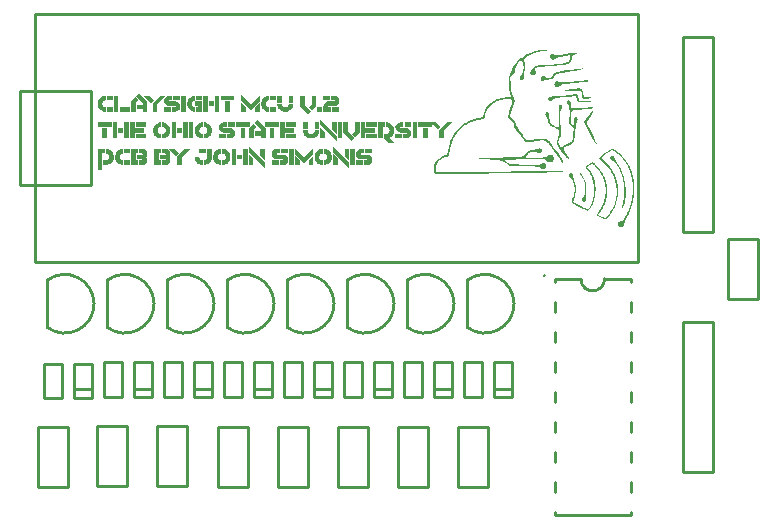
<source format=gto>
G04 Layer: TopSilkscreenLayer*
G04 EasyEDA v6.5.23, 2023-08-12 17:46:20*
G04 Gerber Generator version 0.2*
G04 Scale: 100 percent, Rotated: No, Reflected: No *
G04 Dimensions in millimeters *
G04 leading zeros omitted , absolute positions ,4 integer and 5 decimal *
%FSLAX45Y45*%
%MOMM*%

%ADD10C,0.2540*%

%LPD*%
G36*
X4534916Y9541916D02*
G01*
X4522368Y9541713D01*
X4511040Y9541052D01*
X4500372Y9539833D01*
X4489805Y9538004D01*
X4478731Y9535414D01*
X4466539Y9531959D01*
X4438751Y9522815D01*
X4426458Y9518192D01*
X4414570Y9513214D01*
X4403039Y9507880D01*
X4391863Y9502241D01*
X4381042Y9496298D01*
X4370628Y9489998D01*
X4360519Y9483394D01*
X4350867Y9476486D01*
X4341520Y9469272D01*
X4332630Y9461804D01*
X4324096Y9454032D01*
X4315917Y9445955D01*
X4308195Y9437624D01*
X4300829Y9429038D01*
X4293920Y9420199D01*
X4287367Y9411157D01*
X4281271Y9401810D01*
X4275531Y9392259D01*
X4270248Y9382455D01*
X4265371Y9372447D01*
X4260951Y9362236D01*
X4256938Y9351822D01*
X4253382Y9341205D01*
X4250283Y9330385D01*
X4247591Y9319412D01*
X4245356Y9308236D01*
X4243578Y9296908D01*
X4242257Y9285427D01*
X4241342Y9273794D01*
X4240936Y9262008D01*
X4241038Y9250070D01*
X4241546Y9237980D01*
X4242562Y9225788D01*
X4244035Y9213494D01*
X4245965Y9201048D01*
X4248454Y9188551D01*
X4251401Y9175902D01*
X4260342Y9142526D01*
X4211878Y9138513D01*
X4198112Y9136837D01*
X4184802Y9134703D01*
X4172000Y9132062D01*
X4159707Y9128963D01*
X4147870Y9125407D01*
X4136593Y9121343D01*
X4125772Y9116822D01*
X4115511Y9111843D01*
X4105706Y9106408D01*
X4096461Y9100464D01*
X4087774Y9094114D01*
X4079595Y9087307D01*
X4071924Y9080093D01*
X4064812Y9072372D01*
X4058310Y9064244D01*
X4052265Y9055709D01*
X4046829Y9046718D01*
X4042003Y9037269D01*
X4037685Y9027464D01*
X4033926Y9017203D01*
X4030827Y9006535D01*
X4022191Y8969654D01*
X3988917Y8965539D01*
X3976674Y8963558D01*
X3964584Y8961069D01*
X3952748Y8958173D01*
X3941064Y8954770D01*
X3929583Y8950960D01*
X3918356Y8946743D01*
X3907332Y8942019D01*
X3896563Y8936939D01*
X3886047Y8931452D01*
X3875786Y8925509D01*
X3865778Y8919210D01*
X3856024Y8912504D01*
X3846576Y8905443D01*
X3837432Y8897975D01*
X3828542Y8890203D01*
X3819956Y8882024D01*
X3811727Y8873490D01*
X3803802Y8864650D01*
X3796233Y8855506D01*
X3788968Y8846007D01*
X3782060Y8836202D01*
X3775506Y8826042D01*
X3769360Y8815628D01*
X3763568Y8804960D01*
X3758133Y8793937D01*
X3753104Y8782710D01*
X3748481Y8771178D01*
X3744264Y8759393D01*
X3740454Y8747353D01*
X3737101Y8735110D01*
X3734155Y8722614D01*
X3725164Y8677960D01*
X3721608Y8663228D01*
X3720084Y8658402D01*
X3718509Y8654948D01*
X3716934Y8652662D01*
X3715207Y8651290D01*
X3713226Y8650579D01*
X3710940Y8650325D01*
X3708196Y8650325D01*
X3703828Y8649970D01*
X3699103Y8649004D01*
X3694023Y8647480D01*
X3688689Y8645448D01*
X3683152Y8642908D01*
X3677462Y8639860D01*
X3671671Y8636457D01*
X3665829Y8632698D01*
X3659987Y8628583D01*
X3648557Y8619642D01*
X3637838Y8609888D01*
X3632860Y8604859D01*
X3628237Y8599728D01*
X3624021Y8594598D01*
X3620211Y8589467D01*
X3616909Y8584438D01*
X3614216Y8579510D01*
X3612083Y8574735D01*
X3609695Y8567572D01*
X3607917Y8560257D01*
X3606698Y8552891D01*
X3606037Y8545474D01*
X3605936Y8538210D01*
X3606342Y8531098D01*
X3607206Y8524290D01*
X3608578Y8517839D01*
X3610356Y8511844D01*
X3612591Y8506358D01*
X3615182Y8501532D01*
X3618179Y8497417D01*
X3621582Y8494115D01*
X3625240Y8491728D01*
X3629253Y8490305D01*
X3634486Y8489950D01*
X3749040Y8491677D01*
X4393184Y8500059D01*
X4542180Y8502497D01*
X4594504Y8503716D01*
X4634230Y8504986D01*
X4662881Y8506307D01*
X4682185Y8507831D01*
X4688840Y8508644D01*
X4693716Y8509508D01*
X4697069Y8510473D01*
X4699101Y8511438D01*
X4699863Y8512251D01*
X4700066Y8512810D01*
X4699609Y8514334D01*
X4698695Y8514892D01*
X4696663Y8515451D01*
X4689195Y8516366D01*
X4677054Y8517026D01*
X4660087Y8517534D01*
X4638040Y8517890D01*
X4595063Y8517991D01*
X4518406Y8517432D01*
X4006596Y8510778D01*
X3622497Y8506053D01*
X3622497Y8533587D01*
X3622700Y8538921D01*
X3623259Y8544306D01*
X3624122Y8549690D01*
X3626916Y8560460D01*
X3628745Y8565794D01*
X3630879Y8571077D01*
X3635959Y8581390D01*
X3638854Y8586368D01*
X3645357Y8595868D01*
X3652570Y8604656D01*
X3660495Y8612530D01*
X3664661Y8616086D01*
X3668928Y8619337D01*
X3673348Y8622334D01*
X3677818Y8624976D01*
X3682339Y8627262D01*
X3686962Y8629192D01*
X3691636Y8630767D01*
X3713937Y8635542D01*
X3720541Y8637270D01*
X3725824Y8639098D01*
X3730040Y8641283D01*
X3733292Y8643924D01*
X3735781Y8647226D01*
X3737660Y8651341D01*
X3739032Y8656472D01*
X3740150Y8662720D01*
X3743858Y8692642D01*
X3745941Y8705545D01*
X3748379Y8718143D01*
X3751173Y8730488D01*
X3754323Y8742527D01*
X3757879Y8754211D01*
X3763873Y8771280D01*
X3768344Y8782253D01*
X3773170Y8792870D01*
X3778351Y8803233D01*
X3783888Y8813292D01*
X3789832Y8823045D01*
X3796080Y8832443D01*
X3802684Y8841536D01*
X3809593Y8850325D01*
X3816908Y8858758D01*
X3824528Y8866886D01*
X3832504Y8874709D01*
X3840835Y8882176D01*
X3849522Y8889288D01*
X3858514Y8896096D01*
X3867810Y8902547D01*
X3877462Y8908694D01*
X3887470Y8914485D01*
X3897782Y8919921D01*
X3908399Y8925001D01*
X3919372Y8929725D01*
X3930650Y8934094D01*
X3942232Y8938158D01*
X3954119Y8941816D01*
X3966362Y8945168D01*
X3978859Y8948115D01*
X3991711Y8950706D01*
X4014571Y8954922D01*
X4020921Y8956497D01*
X4026255Y8958122D01*
X4030624Y8959900D01*
X4034078Y8961932D01*
X4036822Y8964218D01*
X4038803Y8966860D01*
X4040225Y8969908D01*
X4041089Y8973464D01*
X4041597Y8977528D01*
X4041901Y8987129D01*
X4042308Y8992057D01*
X4042968Y8996934D01*
X4045000Y9006586D01*
X4047947Y9016034D01*
X4051808Y9025280D01*
X4056430Y9034322D01*
X4061917Y9043060D01*
X4068114Y9051544D01*
X4075074Y9059722D01*
X4082643Y9067546D01*
X4090924Y9075013D01*
X4099763Y9082074D01*
X4109110Y9088678D01*
X4119016Y9094825D01*
X4129379Y9100515D01*
X4140200Y9105646D01*
X4151376Y9110268D01*
X4162907Y9114282D01*
X4174744Y9117685D01*
X4186834Y9120479D01*
X4199128Y9122613D01*
X4211624Y9124035D01*
X4224274Y9124746D01*
X4230674Y9124848D01*
X4243425Y9124391D01*
X4252976Y9123527D01*
X4260494Y9122054D01*
X4263491Y9120936D01*
X4266031Y9119514D01*
X4268114Y9117787D01*
X4269740Y9115653D01*
X4270857Y9113113D01*
X4271518Y9110116D01*
X4271772Y9106560D01*
X4271568Y9102496D01*
X4270908Y9097772D01*
X4268317Y9086392D01*
X4264050Y9072067D01*
X4244594Y9015120D01*
X4240072Y9000083D01*
X4238498Y8993682D01*
X4237380Y8987942D01*
X4236720Y8982760D01*
X4236567Y8978036D01*
X4236923Y8973718D01*
X4237786Y8969806D01*
X4239158Y8966098D01*
X4241038Y8962593D01*
X4243527Y8959240D01*
X4246524Y8955887D01*
X4250080Y8952484D01*
X4258970Y8945372D01*
X4270197Y8937193D01*
X4277969Y8930843D01*
X4282643Y8924747D01*
X4284776Y8917787D01*
X4284726Y8904833D01*
X4285030Y8900718D01*
X4285843Y8896502D01*
X4287266Y8892235D01*
X4289298Y8887663D01*
X4292092Y8882786D01*
X4295597Y8877452D01*
X4299966Y8871559D01*
X4305198Y8865006D01*
X4318711Y8849461D01*
X4330801Y8835999D01*
X4339437Y8825128D01*
X4348581Y8812377D01*
X4357217Y8799372D01*
X4370679Y8777325D01*
X4373524Y8773160D01*
X4376318Y8769553D01*
X4379163Y8766454D01*
X4382109Y8763812D01*
X4385157Y8761730D01*
X4388510Y8760053D01*
X4392218Y8758834D01*
X4396282Y8758021D01*
X4400854Y8757666D01*
X4405985Y8757615D01*
X4418228Y8758631D01*
X4433620Y8760968D01*
X4532223Y8779103D01*
X4556810Y8766200D01*
X4563059Y8762593D01*
X4569002Y8758580D01*
X4574692Y8754160D01*
X4580077Y8749182D01*
X4585360Y8743696D01*
X4590491Y8737600D01*
X4595520Y8730792D01*
X4609744Y8709660D01*
X4616805Y8699652D01*
X4627880Y8684717D01*
X4634992Y8675522D01*
X4647742Y8659672D01*
X4654499Y8650478D01*
X4661408Y8640521D01*
X4668062Y8630412D01*
X4674057Y8620607D01*
X4684928Y8601151D01*
X4689906Y8592921D01*
X4694021Y8587028D01*
X4697374Y8583523D01*
X4699914Y8582304D01*
X4701692Y8583422D01*
X4702759Y8586825D01*
X4703114Y8592464D01*
X4702911Y8595715D01*
X4702251Y8599373D01*
X4701184Y8603335D01*
X4699711Y8607602D01*
X4695545Y8617153D01*
X4692853Y8622385D01*
X4686198Y8633764D01*
X4677968Y8646363D01*
X4668164Y8660079D01*
X4656785Y8674963D01*
X4637125Y8699754D01*
X4619701Y8722969D01*
X4606137Y8742273D01*
X4600803Y8750452D01*
X4594860Y8758631D01*
X4588713Y8765794D01*
X4585512Y8768994D01*
X4582210Y8771940D01*
X4575251Y8777020D01*
X4567732Y8781186D01*
X4563668Y8782913D01*
X4559452Y8784386D01*
X4555032Y8785656D01*
X4550410Y8786672D01*
X4540351Y8788095D01*
X4529226Y8788704D01*
X4516882Y8788450D01*
X4503166Y8787434D01*
X4488027Y8785707D01*
X4471263Y8783218D01*
X4434840Y8777224D01*
X4420819Y8775446D01*
X4409592Y8774785D01*
X4404918Y8774938D01*
X4400702Y8775446D01*
X4396943Y8776309D01*
X4393539Y8777528D01*
X4390491Y8779205D01*
X4387697Y8781237D01*
X4385056Y8783726D01*
X4382566Y8786672D01*
X4377690Y8794038D01*
X4366158Y8815374D01*
X4362348Y8821724D01*
X4358386Y8827820D01*
X4354372Y8833459D01*
X4350410Y8838590D01*
X4346651Y8842908D01*
X4343196Y8846362D01*
X4334814Y8853068D01*
X4330547Y8858300D01*
X4327804Y8863888D01*
X4325772Y8874810D01*
X4322978Y8880398D01*
X4318711Y8885631D01*
X4307027Y8894978D01*
X4302861Y8900668D01*
X4300575Y8907678D01*
X4299661Y8921800D01*
X4298899Y8926474D01*
X4297375Y8930894D01*
X4295089Y8935161D01*
X4291736Y8939631D01*
X4287266Y8944406D01*
X4281525Y8949791D01*
X4248810Y8977528D01*
X4293158Y9104426D01*
X4274515Y9157258D01*
X4270451Y9169755D01*
X4267098Y9181541D01*
X4264456Y9193022D01*
X4262323Y9204604D01*
X4260646Y9216898D01*
X4259376Y9230258D01*
X4258411Y9245244D01*
X4255516Y9310268D01*
X4282033Y9334957D01*
X4286758Y9339935D01*
X4290314Y9344507D01*
X4292803Y9348927D01*
X4294378Y9353651D01*
X4295190Y9358985D01*
X4295444Y9365284D01*
X4295292Y9373006D01*
X4295444Y9378442D01*
X4296308Y9384182D01*
X4297781Y9390075D01*
X4299813Y9396120D01*
X4302302Y9402165D01*
X4305249Y9408210D01*
X4308551Y9414154D01*
X4312158Y9419894D01*
X4316018Y9425330D01*
X4320032Y9430461D01*
X4324146Y9435185D01*
X4328312Y9439402D01*
X4332478Y9443059D01*
X4336542Y9446056D01*
X4340453Y9448342D01*
X4344212Y9449816D01*
X4347667Y9450374D01*
X4350766Y9450019D01*
X4353509Y9448647D01*
X4355795Y9446158D01*
X4358487Y9441586D01*
X4360824Y9436658D01*
X4362805Y9431375D01*
X4364431Y9425787D01*
X4365701Y9419945D01*
X4366615Y9413900D01*
X4367225Y9407601D01*
X4367428Y9401200D01*
X4367377Y9394647D01*
X4366920Y9387992D01*
X4366158Y9381337D01*
X4365091Y9374632D01*
X4363720Y9367977D01*
X4361992Y9361424D01*
X4359960Y9354921D01*
X4357573Y9348571D01*
X4354931Y9342374D01*
X4351934Y9336430D01*
X4348683Y9330690D01*
X4341114Y9319209D01*
X4337913Y9313672D01*
X4335526Y9308592D01*
X4333951Y9304020D01*
X4333240Y9299956D01*
X4333341Y9296400D01*
X4334256Y9293352D01*
X4335983Y9290862D01*
X4338523Y9288932D01*
X4341876Y9287510D01*
X4346041Y9286646D01*
X4351070Y9286392D01*
X4356201Y9286494D01*
X4360164Y9287002D01*
X4363161Y9288221D01*
X4365345Y9290405D01*
X4366971Y9293961D01*
X4368292Y9299092D01*
X4369409Y9306153D01*
X4374794Y9352229D01*
X4376877Y9371685D01*
X4378350Y9387636D01*
X4379264Y9400641D01*
X4379620Y9411208D01*
X4379468Y9419894D01*
X4378756Y9427210D01*
X4377537Y9433712D01*
X4373930Y9446412D01*
X4373422Y9449765D01*
X4373321Y9453067D01*
X4373575Y9456369D01*
X4374286Y9459620D01*
X4375353Y9462871D01*
X4376826Y9466072D01*
X4378706Y9469221D01*
X4380941Y9472371D01*
X4383532Y9475470D01*
X4386529Y9478568D01*
X4393590Y9484563D01*
X4397705Y9487509D01*
X4406900Y9493199D01*
X4417517Y9498685D01*
X4423308Y9501378D01*
X4435957Y9506508D01*
X4449876Y9511385D01*
X4465116Y9516008D01*
X4481525Y9520275D01*
X4499203Y9524288D01*
X4517999Y9527895D01*
X4553153Y9533839D01*
X4573676Y9537750D01*
X4578400Y9539122D01*
X4579416Y9539630D01*
X4579569Y9540138D01*
X4577181Y9540849D01*
X4571288Y9541306D01*
X4549394Y9541865D01*
G37*
G36*
X4804410Y9514027D02*
G01*
X4798618Y9513976D01*
X4784547Y9513011D01*
X4767630Y9510826D01*
X4721352Y9503714D01*
X4688281Y9499193D01*
X4675835Y9497822D01*
X4665573Y9497009D01*
X4657191Y9496806D01*
X4650333Y9497060D01*
X4644542Y9497872D01*
X4639564Y9499193D01*
X4634992Y9500971D01*
X4625441Y9505442D01*
X4620615Y9506864D01*
X4615992Y9507474D01*
X4611674Y9507372D01*
X4607661Y9506559D01*
X4604004Y9505137D01*
X4600803Y9503156D01*
X4598060Y9500666D01*
X4595825Y9497669D01*
X4594199Y9494316D01*
X4593183Y9490608D01*
X4592828Y9486646D01*
X4593183Y9482378D01*
X4594352Y9477959D01*
X4596333Y9473438D01*
X4599178Y9468815D01*
X4603038Y9464344D01*
X4607204Y9461093D01*
X4611776Y9459112D01*
X4616704Y9458452D01*
X4621987Y9459010D01*
X4627575Y9460839D01*
X4633569Y9463938D01*
X4642053Y9469729D01*
X4645152Y9471253D01*
X4653635Y9474504D01*
X4664710Y9477959D01*
X4677562Y9481515D01*
X4691583Y9484918D01*
X4706061Y9488068D01*
X4720336Y9490811D01*
X4733696Y9492945D01*
X4745431Y9494367D01*
X4750511Y9494774D01*
X4754880Y9494875D01*
X4758436Y9494012D01*
X4760976Y9491624D01*
X4762500Y9487865D01*
X4763109Y9483140D01*
X4762855Y9477603D01*
X4761788Y9471558D01*
X4760010Y9465259D01*
X4757470Y9458960D01*
X4754372Y9452914D01*
X4750663Y9447377D01*
X4746498Y9442653D01*
X4741824Y9438894D01*
X4737252Y9436608D01*
X4730750Y9434322D01*
X4722520Y9431985D01*
X4712716Y9429750D01*
X4689297Y9425432D01*
X4676089Y9423450D01*
X4662119Y9421622D01*
X4632756Y9418523D01*
X4610354Y9416796D01*
X4595520Y9415983D01*
X4539996Y9414611D01*
X4521555Y9413697D01*
X4506010Y9412376D01*
X4492904Y9410446D01*
X4487164Y9409277D01*
X4481830Y9407906D01*
X4476953Y9406382D01*
X4472381Y9404604D01*
X4468114Y9402673D01*
X4464100Y9400489D01*
X4460240Y9398050D01*
X4452823Y9392462D01*
X4445508Y9385757D01*
X4439462Y9379458D01*
X4434382Y9373412D01*
X4430268Y9367570D01*
X4427067Y9362084D01*
X4424883Y9356852D01*
X4423613Y9351924D01*
X4423359Y9347352D01*
X4424019Y9343186D01*
X4425696Y9339376D01*
X4428388Y9335973D01*
X4431995Y9332976D01*
X4436668Y9330436D01*
X4442866Y9328150D01*
X4448657Y9327032D01*
X4453890Y9326981D01*
X4458512Y9327946D01*
X4462526Y9329928D01*
X4465777Y9332722D01*
X4468317Y9336379D01*
X4470044Y9340799D01*
X4470857Y9345930D01*
X4470755Y9351721D01*
X4469638Y9358020D01*
X4464456Y9374073D01*
X4464050Y9376714D01*
X4463999Y9379102D01*
X4464304Y9381286D01*
X4465066Y9383318D01*
X4466386Y9385198D01*
X4468164Y9386874D01*
X4470552Y9388398D01*
X4473600Y9389821D01*
X4477308Y9391142D01*
X4481728Y9392361D01*
X4492904Y9394545D01*
X4507484Y9396476D01*
X4525873Y9398304D01*
X4575403Y9402013D01*
X4627676Y9405620D01*
X4668570Y9409074D01*
X4685690Y9410954D01*
X4700778Y9412935D01*
X4714036Y9415170D01*
X4725517Y9417608D01*
X4735372Y9420402D01*
X4743805Y9423552D01*
X4750917Y9427108D01*
X4756861Y9431121D01*
X4759452Y9433356D01*
X4763871Y9438182D01*
X4767478Y9443567D01*
X4770424Y9449663D01*
X4772761Y9456420D01*
X4774742Y9463938D01*
X4777943Y9479635D01*
X4779467Y9485477D01*
X4781143Y9489998D01*
X4783226Y9493504D01*
X4785817Y9496145D01*
X4789119Y9498177D01*
X4793284Y9499803D01*
X4805324Y9503156D01*
X4810709Y9504934D01*
X4814773Y9506610D01*
X4817465Y9508134D01*
X4818938Y9509556D01*
X4819243Y9510776D01*
X4818329Y9511842D01*
X4816398Y9512706D01*
X4813350Y9513366D01*
X4809388Y9513824D01*
G37*
G36*
X4870653Y9383572D02*
G01*
X4854600Y9382709D01*
X4832350Y9380575D01*
X4804918Y9377375D01*
X4773168Y9373108D01*
X4738065Y9367824D01*
X4684369Y9359036D01*
X4664710Y9355429D01*
X4649216Y9352127D01*
X4637430Y9349079D01*
X4632756Y9347606D01*
X4628845Y9346082D01*
X4625594Y9344558D01*
X4623003Y9342983D01*
X4620920Y9341358D01*
X4619396Y9339630D01*
X4618278Y9337852D01*
X4617567Y9335973D01*
X4617212Y9333941D01*
X4616602Y9327286D01*
X4615129Y9323120D01*
X4612894Y9319310D01*
X4609846Y9315856D01*
X4606188Y9312808D01*
X4602022Y9310217D01*
X4597349Y9308033D01*
X4592370Y9306356D01*
X4587138Y9305137D01*
X4581753Y9304528D01*
X4576318Y9304426D01*
X4570933Y9304934D01*
X4565700Y9306052D01*
X4560722Y9307830D01*
X4556099Y9310268D01*
X4546955Y9316923D01*
X4541774Y9319107D01*
X4536541Y9320022D01*
X4531461Y9319717D01*
X4526584Y9318396D01*
X4522114Y9316110D01*
X4518253Y9312960D01*
X4515053Y9309049D01*
X4512767Y9304426D01*
X4511497Y9299295D01*
X4511395Y9293707D01*
X4512665Y9287764D01*
X4513681Y9285173D01*
X4514951Y9283039D01*
X4516678Y9281414D01*
X4519066Y9280296D01*
X4522266Y9279686D01*
X4526432Y9279636D01*
X4531817Y9280042D01*
X4546803Y9282531D01*
X4568698Y9287205D01*
X4595774Y9293504D01*
X4606137Y9296298D01*
X4614062Y9298838D01*
X4619853Y9301327D01*
X4623816Y9304020D01*
X4626305Y9306966D01*
X4627524Y9310370D01*
X4628388Y9319564D01*
X4628997Y9321850D01*
X4630013Y9323984D01*
X4631385Y9325965D01*
X4633264Y9327845D01*
X4635703Y9329623D01*
X4638751Y9331350D01*
X4642459Y9333026D01*
X4646930Y9334703D01*
X4658309Y9338056D01*
X4673447Y9341510D01*
X4692802Y9345371D01*
X4781804Y9360814D01*
X4841646Y9371685D01*
X4861763Y9375698D01*
X4872431Y9378188D01*
X4877663Y9379966D01*
X4880508Y9381388D01*
X4881067Y9381947D01*
X4881118Y9382455D01*
X4880610Y9382861D01*
X4878070Y9383369D01*
G37*
G36*
X4906975Y9282785D02*
G01*
X4897018Y9282531D01*
X4862728Y9279737D01*
X4810760Y9274556D01*
X4771237Y9271203D01*
X4753305Y9270034D01*
X4721809Y9268714D01*
X4708347Y9268561D01*
X4696612Y9268764D01*
X4686604Y9269272D01*
X4678476Y9270136D01*
X4672279Y9271355D01*
X4668215Y9272930D01*
X4662728Y9276588D01*
X4657648Y9277756D01*
X4652060Y9277553D01*
X4646320Y9276029D01*
X4640884Y9273438D01*
X4636109Y9269882D01*
X4632401Y9265462D01*
X4630166Y9260382D01*
X4629099Y9254693D01*
X4628896Y9249460D01*
X4629454Y9244685D01*
X4630674Y9240367D01*
X4632604Y9236608D01*
X4635093Y9233357D01*
X4638040Y9230715D01*
X4641443Y9228734D01*
X4645253Y9227362D01*
X4649317Y9226702D01*
X4653635Y9226753D01*
X4658106Y9227566D01*
X4662678Y9229140D01*
X4667250Y9231528D01*
X4671771Y9234779D01*
X4683048Y9244888D01*
X4690414Y9248952D01*
X4698644Y9251340D01*
X4717897Y9252559D01*
X4741214Y9254490D01*
X4772914Y9257588D01*
X4901133Y9271812D01*
X4914138Y9273082D01*
X4915712Y9273540D01*
X4916982Y9274708D01*
X4917846Y9276435D01*
X4918151Y9278467D01*
X4918049Y9279585D01*
X4917592Y9280499D01*
X4916728Y9281312D01*
X4915306Y9281922D01*
X4913274Y9282379D01*
X4910582Y9282684D01*
G37*
G36*
X4836464Y9214662D02*
G01*
X4824577Y9214307D01*
X4809845Y9213138D01*
X4770374Y9208871D01*
X4754168Y9206890D01*
X4741214Y9204909D01*
X4731461Y9202978D01*
X4724857Y9201150D01*
X4722723Y9200286D01*
X4721402Y9199473D01*
X4720844Y9198660D01*
X4721047Y9197949D01*
X4722012Y9197289D01*
X4726228Y9196222D01*
X4733391Y9195409D01*
X4743551Y9194952D01*
X4756658Y9194901D01*
X4772609Y9195257D01*
X4793843Y9196171D01*
X4814265Y9196781D01*
X4830013Y9196628D01*
X4836312Y9196222D01*
X4841595Y9195612D01*
X4846066Y9194698D01*
X4849723Y9193530D01*
X4852619Y9192056D01*
X4854905Y9190228D01*
X4856581Y9188094D01*
X4857750Y9185605D01*
X4858512Y9182709D01*
X4858918Y9179458D01*
X4859223Y9168942D01*
X4859629Y9162643D01*
X4860340Y9156852D01*
X4861356Y9151569D01*
X4862626Y9146844D01*
X4864252Y9142577D01*
X4866233Y9138818D01*
X4868519Y9135567D01*
X4871161Y9132773D01*
X4874158Y9130487D01*
X4877511Y9128658D01*
X4881219Y9127236D01*
X4885385Y9126321D01*
X4889906Y9125864D01*
X4894884Y9125813D01*
X4900269Y9126169D01*
X4906060Y9126982D01*
X4912309Y9128201D01*
X4926228Y9131909D01*
X4947716Y9138361D01*
X4878628Y9143796D01*
X4869434Y9188297D01*
X4867148Y9196374D01*
X4865878Y9199778D01*
X4864455Y9202775D01*
X4862779Y9205417D01*
X4860848Y9207652D01*
X4858664Y9209582D01*
X4856073Y9211157D01*
X4853127Y9212427D01*
X4849723Y9213392D01*
X4845862Y9214104D01*
X4841443Y9214510D01*
G37*
G36*
X4808677Y9166961D02*
G01*
X4803495Y9166758D01*
X4768037Y9162745D01*
X4678934Y9153804D01*
X4631690Y9148775D01*
X4614418Y9146489D01*
X4600905Y9144203D01*
X4590694Y9141764D01*
X4586732Y9140494D01*
X4583379Y9139123D01*
X4580686Y9137650D01*
X4578604Y9136075D01*
X4576978Y9134398D01*
X4575860Y9132570D01*
X4575200Y9130639D01*
X4574844Y9128506D01*
X4575098Y9123680D01*
X4576216Y9119717D01*
X4578146Y9116364D01*
X4580839Y9113774D01*
X4584192Y9111792D01*
X4588002Y9110522D01*
X4592218Y9109964D01*
X4596688Y9110065D01*
X4601311Y9110878D01*
X4605985Y9112453D01*
X4610557Y9114688D01*
X4614926Y9117685D01*
X4620615Y9122968D01*
X4624527Y9125915D01*
X4629556Y9128607D01*
X4635906Y9131096D01*
X4643780Y9133382D01*
X4653483Y9135618D01*
X4665167Y9137700D01*
X4679137Y9139783D01*
X4695545Y9141866D01*
X4736846Y9146184D01*
X4814112Y9153093D01*
X4829759Y9096298D01*
X4884267Y9098076D01*
X4900168Y9098889D01*
X4913477Y9099905D01*
X4924196Y9101023D01*
X4932172Y9102242D01*
X4937353Y9103461D01*
X4938826Y9104071D01*
X4939588Y9104680D01*
X4939639Y9105290D01*
X4938877Y9105849D01*
X4937404Y9106408D01*
X4932019Y9107373D01*
X4923434Y9108186D01*
X4911598Y9108744D01*
X4896307Y9109049D01*
X4839563Y9109506D01*
X4832756Y9135465D01*
X4830267Y9143898D01*
X4827574Y9150908D01*
X4824577Y9156598D01*
X4821275Y9160967D01*
X4817516Y9164116D01*
X4813350Y9166098D01*
G37*
G36*
X4747310Y9113774D02*
G01*
X4744059Y9113266D01*
X4740960Y9111742D01*
X4738065Y9109252D01*
X4735423Y9105646D01*
X4733188Y9100921D01*
X4732528Y9093098D01*
X4735830Y9085630D01*
X4741926Y9080042D01*
X4751222Y9077553D01*
X4752492Y9076486D01*
X4753559Y9074607D01*
X4754422Y9071711D01*
X4755134Y9067647D01*
X4755642Y9062364D01*
X4756200Y9047276D01*
X4756251Y9025382D01*
X4754168Y8913164D01*
X4790440Y8883345D01*
X4787646Y8822740D01*
X4786985Y8812987D01*
X4786071Y8804198D01*
X4785004Y8796324D01*
X4783683Y8789314D01*
X4782058Y8783066D01*
X4780076Y8777528D01*
X4777740Y8772652D01*
X4775047Y8768334D01*
X4771898Y8764524D01*
X4768240Y8761120D01*
X4764074Y8758123D01*
X4759350Y8755380D01*
X4754016Y8752840D01*
X4748072Y8750452D01*
X4735830Y8746185D01*
X4729988Y8743797D01*
X4718507Y8738260D01*
X4713122Y8735263D01*
X4708245Y8732266D01*
X4704029Y8729370D01*
X4700625Y8726576D01*
X4694732Y8721191D01*
X4690211Y8717432D01*
X4686706Y8715400D01*
X4683810Y8715248D01*
X4681118Y8717026D01*
X4678273Y8720937D01*
X4674819Y8727084D01*
X4659071Y8757462D01*
X4676902Y8801201D01*
X4681728Y8814257D01*
X4683455Y8819997D01*
X4684776Y8825484D01*
X4685690Y8830970D01*
X4686249Y8836660D01*
X4686503Y8842756D01*
X4686503Y8849461D01*
X4685639Y8865768D01*
X4678730Y8957919D01*
X4677156Y8987790D01*
X4676902Y8999067D01*
X4677003Y9008313D01*
X4677460Y9015831D01*
X4678273Y9021978D01*
X4679492Y9027007D01*
X4681067Y9031224D01*
X4683048Y9035034D01*
X4691583Y9047988D01*
X4694783Y9054744D01*
X4696358Y9060637D01*
X4696307Y9065768D01*
X4694580Y9069933D01*
X4691227Y9073235D01*
X4686300Y9075572D01*
X4679696Y9076944D01*
X4664456Y9078620D01*
X4666996Y8948978D01*
X4667402Y8918143D01*
X4667097Y8907068D01*
X4666386Y8898585D01*
X4665065Y8892489D01*
X4664151Y8890254D01*
X4663033Y8888526D01*
X4661712Y8887307D01*
X4660138Y8886494D01*
X4658410Y8886088D01*
X4656378Y8886139D01*
X4654092Y8886494D01*
X4651502Y8887206D01*
X4645507Y8889542D01*
X4619955Y8901480D01*
X4612030Y8906103D01*
X4608626Y8908643D01*
X4605528Y8911336D01*
X4602734Y8914333D01*
X4600194Y8917635D01*
X4597958Y8921292D01*
X4595876Y8925407D01*
X4593996Y8929979D01*
X4592218Y8935059D01*
X4589068Y8947150D01*
X4586122Y8961983D01*
X4582363Y8984335D01*
X4580382Y8994902D01*
X4578502Y9002674D01*
X4576470Y9008059D01*
X4574133Y9011513D01*
X4571238Y9013444D01*
X4567580Y9014307D01*
X4563008Y9014510D01*
X4558792Y9013444D01*
X4555591Y9010599D01*
X4553458Y9006382D01*
X4552442Y9001099D01*
X4552543Y8995206D01*
X4553813Y8989161D01*
X4556302Y8983268D01*
X4561687Y8975699D01*
X4565650Y8968282D01*
X4569968Y8958122D01*
X4574133Y8946438D01*
X4577842Y8934348D01*
X4581906Y8923578D01*
X4584141Y8918752D01*
X4586579Y8914282D01*
X4589272Y8910167D01*
X4592116Y8906306D01*
X4595266Y8902700D01*
X4598720Y8899347D01*
X4602480Y8896248D01*
X4606594Y8893302D01*
X4611065Y8890457D01*
X4621225Y8885224D01*
X4647387Y8874404D01*
X4653127Y8871508D01*
X4658055Y8868562D01*
X4662170Y8865514D01*
X4665421Y8862212D01*
X4667961Y8858605D01*
X4669739Y8854643D01*
X4670806Y8850223D01*
X4671161Y8845346D01*
X4670806Y8839809D01*
X4669891Y8833662D01*
X4668316Y8826703D01*
X4666132Y8818981D01*
X4657039Y8791448D01*
X4654651Y8782710D01*
X4653026Y8774430D01*
X4652213Y8766403D01*
X4652213Y8758529D01*
X4652568Y8754567D01*
X4653991Y8746642D01*
X4656429Y8738463D01*
X4659934Y8729929D01*
X4664557Y8720836D01*
X4670348Y8711133D01*
X4677410Y8700566D01*
X4685792Y8689086D01*
X4695494Y8676487D01*
X4706620Y8662670D01*
X4730800Y8633917D01*
X4734966Y8629345D01*
X4741976Y8622538D01*
X4744821Y8620252D01*
X4747158Y8618677D01*
X4749038Y8617813D01*
X4750460Y8617610D01*
X4751425Y8618118D01*
X4751882Y8619236D01*
X4751882Y8621014D01*
X4751374Y8623350D01*
X4748936Y8629853D01*
X4744516Y8638540D01*
X4738116Y8649258D01*
X4719777Y8676944D01*
X4716018Y8683447D01*
X4713020Y8689340D01*
X4710836Y8694724D01*
X4709515Y8699601D01*
X4709007Y8704021D01*
X4709312Y8708034D01*
X4710480Y8711793D01*
X4712512Y8715197D01*
X4715459Y8718448D01*
X4719218Y8721496D01*
X4723942Y8724442D01*
X4729480Y8727287D01*
X4735982Y8730183D01*
X4760163Y8739733D01*
X4769205Y8744051D01*
X4776724Y8748623D01*
X4779975Y8751112D01*
X4782921Y8753754D01*
X4785563Y8756650D01*
X4787950Y8759799D01*
X4790084Y8763304D01*
X4792014Y8767114D01*
X4793742Y8771331D01*
X4795266Y8775954D01*
X4797907Y8786622D01*
X4800142Y8799525D01*
X4802073Y8814917D01*
X4805629Y8850934D01*
X4809083Y8880551D01*
X4811014Y8894368D01*
X4813046Y8907018D01*
X4815078Y8918092D01*
X4817059Y8927236D01*
X4818938Y8934043D01*
X4823561Y8946743D01*
X4825034Y8954109D01*
X4824272Y8959646D01*
X4821326Y8964422D01*
X4817059Y8968740D01*
X4812995Y8971534D01*
X4809134Y8972854D01*
X4805578Y8972804D01*
X4802327Y8971381D01*
X4799482Y8968689D01*
X4797044Y8964828D01*
X4795113Y8959799D01*
X4793742Y8953652D01*
X4792929Y8946540D01*
X4792776Y8938463D01*
X4793996Y8920175D01*
X4793945Y8913012D01*
X4793081Y8907983D01*
X4791405Y8905036D01*
X4788916Y8904224D01*
X4785512Y8905443D01*
X4781194Y8908694D01*
X4775962Y8913926D01*
X4773320Y8917228D01*
X4771237Y8920886D01*
X4769713Y8925306D01*
X4768646Y8930690D01*
X4768037Y8937447D01*
X4767834Y8945829D01*
X4767935Y8956192D01*
X4768748Y8976563D01*
X4769561Y8990279D01*
X4770780Y9001709D01*
X4771644Y9006586D01*
X4772710Y9011005D01*
X4773980Y9014968D01*
X4775555Y9018422D01*
X4777435Y9021521D01*
X4779670Y9024213D01*
X4782261Y9026550D01*
X4785309Y9028531D01*
X4788763Y9030258D01*
X4792726Y9031681D01*
X4797196Y9032798D01*
X4802174Y9033764D01*
X4814062Y9035034D01*
X4828540Y9035796D01*
X4895799Y9036964D01*
X4915357Y9037929D01*
X4923282Y9038590D01*
X4930089Y9039453D01*
X4935829Y9040418D01*
X4940604Y9041638D01*
X4944567Y9043009D01*
X4947716Y9044635D01*
X4950206Y9046514D01*
X4952085Y9048597D01*
X4953457Y9051036D01*
X4954371Y9053728D01*
X4954981Y9056725D01*
X4955794Y9063837D01*
X4955133Y9066733D01*
X4952390Y9065768D01*
X4945329Y9060129D01*
X4943398Y9058960D01*
X4938369Y9057030D01*
X4935220Y9056116D01*
X4927295Y9054642D01*
X4916881Y9053322D01*
X4903571Y9052255D01*
X4866640Y9050477D01*
X4773015Y9047378D01*
X4773015Y9070086D01*
X4772660Y9076842D01*
X4771745Y9083192D01*
X4770272Y9089085D01*
X4768342Y9094470D01*
X4766005Y9099296D01*
X4763312Y9103512D01*
X4760366Y9107119D01*
X4757216Y9109964D01*
X4753965Y9112046D01*
X4750612Y9113367D01*
G37*
G36*
X4954066Y9025178D02*
G01*
X4952034Y9024924D01*
X4949240Y9023400D01*
X4945735Y9020657D01*
X4941620Y9016746D01*
X4936896Y9011666D01*
X4927955Y9000998D01*
X4909312Y8977680D01*
X4875174Y8933484D01*
X4929682Y8832138D01*
X4948428Y8798356D01*
X4963464Y8772753D01*
X4969560Y8762949D01*
X4974742Y8755126D01*
X4979009Y8749284D01*
X4982362Y8745423D01*
X4984800Y8743543D01*
X4985715Y8743340D01*
X4986375Y8743594D01*
X4986832Y8744356D01*
X4986832Y8745372D01*
X4985613Y8749588D01*
X4982972Y8756446D01*
X4973828Y8776766D01*
X4960670Y8803640D01*
X4918862Y8884412D01*
X4911242Y8900210D01*
X4905806Y8912606D01*
X4902403Y8922105D01*
X4901387Y8925966D01*
X4900777Y8929370D01*
X4900625Y8932265D01*
X4900777Y8934856D01*
X4901336Y8937091D01*
X4902200Y8939123D01*
X4903368Y8941054D01*
X4911394Y8950401D01*
X4918303Y8959900D01*
X4926330Y8971737D01*
X4934762Y8984691D01*
X4942738Y8997442D01*
X4949444Y9008770D01*
X4954066Y9017355D01*
X4955336Y9020200D01*
X4955794Y9021876D01*
X4955336Y9024213D01*
G37*
G36*
X4500067Y8706815D02*
G01*
X4494885Y8706561D01*
X4489348Y8705799D01*
X4483455Y8704478D01*
X4474006Y8701532D01*
X4464507Y8698992D01*
X4452518Y8696198D01*
X4423562Y8690356D01*
X4415942Y8688476D01*
X4409694Y8686342D01*
X4404461Y8683701D01*
X4399889Y8680399D01*
X4395571Y8676081D01*
X4391101Y8670645D01*
X4377944Y8652408D01*
X4374794Y8648801D01*
X4371340Y8645652D01*
X4367377Y8642959D01*
X4362602Y8640622D01*
X4356811Y8638641D01*
X4349800Y8637016D01*
X4341317Y8635644D01*
X4331055Y8634526D01*
X4318863Y8633561D01*
X4287621Y8632139D01*
X4245711Y8631072D01*
X4144975Y8629142D01*
X4077360Y8627465D01*
X4028998Y8625636D01*
X4012031Y8624671D01*
X3999890Y8623655D01*
X3992524Y8622588D01*
X3990136Y8621776D01*
X3990086Y8621217D01*
X3991203Y8620607D01*
X3996994Y8619439D01*
X4007612Y8618220D01*
X4022953Y8616950D01*
X4067962Y8614257D01*
X4103776Y8612479D01*
X4122470Y8611311D01*
X4138574Y8609990D01*
X4152493Y8608415D01*
X4164584Y8606485D01*
X4175201Y8604148D01*
X4184751Y8601252D01*
X4193590Y8597747D01*
X4202074Y8593480D01*
X4210608Y8588349D01*
X4219498Y8582355D01*
X4252569Y8557920D01*
X4416704Y8555431D01*
X4456938Y8554313D01*
X4471314Y8553551D01*
X4482439Y8552586D01*
X4490923Y8551468D01*
X4497273Y8550046D01*
X4501896Y8548319D01*
X4505401Y8546236D01*
X4511852Y8541105D01*
X4516678Y8537803D01*
X4521454Y8535162D01*
X4526076Y8533180D01*
X4530496Y8531809D01*
X4534712Y8531148D01*
X4538675Y8531047D01*
X4542383Y8531656D01*
X4545736Y8532825D01*
X4548784Y8534603D01*
X4551476Y8536990D01*
X4553712Y8539937D01*
X4555490Y8543493D01*
X4556861Y8547658D01*
X4557674Y8552332D01*
X4557928Y8557615D01*
X4557471Y8564422D01*
X4556048Y8570264D01*
X4553762Y8575192D01*
X4550765Y8579104D01*
X4547057Y8581999D01*
X4542688Y8583879D01*
X4537862Y8584692D01*
X4532528Y8584438D01*
X4526838Y8583066D01*
X4520844Y8580628D01*
X4514646Y8576970D01*
X4507026Y8571230D01*
X4503724Y8569604D01*
X4499152Y8568283D01*
X4492853Y8567318D01*
X4484370Y8566658D01*
X4473295Y8566302D01*
X4441596Y8566454D01*
X4394250Y8567674D01*
X4260240Y8571992D01*
X4237329Y8587486D01*
X4228185Y8593886D01*
X4220210Y8599932D01*
X4214215Y8604910D01*
X4211167Y8608161D01*
X4211167Y8608517D01*
X4212539Y8609177D01*
X4215739Y8609787D01*
X4220718Y8610396D01*
X4236008Y8611412D01*
X4258310Y8612174D01*
X4287418Y8612784D01*
X4323232Y8613190D01*
X4546396Y8613343D01*
X4562348Y8600135D01*
X4567428Y8596426D01*
X4572609Y8593429D01*
X4577791Y8591245D01*
X4582972Y8589721D01*
X4588103Y8588959D01*
X4593082Y8588857D01*
X4597857Y8589467D01*
X4602429Y8590686D01*
X4606645Y8592515D01*
X4610455Y8594953D01*
X4613910Y8598001D01*
X4616805Y8601608D01*
X4619193Y8605774D01*
X4620971Y8610447D01*
X4622088Y8615629D01*
X4622444Y8621268D01*
X4622139Y8626856D01*
X4621276Y8631885D01*
X4619853Y8636457D01*
X4617923Y8640419D01*
X4615484Y8643924D01*
X4612589Y8646820D01*
X4609338Y8649157D01*
X4605629Y8650884D01*
X4601616Y8652052D01*
X4597298Y8652560D01*
X4592675Y8652510D01*
X4587798Y8651798D01*
X4582718Y8650427D01*
X4577486Y8648446D01*
X4572050Y8645753D01*
X4556810Y8636457D01*
X4553712Y8634984D01*
X4550359Y8633714D01*
X4546752Y8632647D01*
X4538116Y8631072D01*
X4532833Y8630462D01*
X4519676Y8629700D01*
X4502302Y8629345D01*
X4385106Y8629192D01*
X4397705Y8651595D01*
X4400651Y8656116D01*
X4404309Y8660231D01*
X4408576Y8663940D01*
X4413351Y8667292D01*
X4418584Y8670188D01*
X4424222Y8672677D01*
X4430166Y8674709D01*
X4436364Y8676284D01*
X4442764Y8677402D01*
X4449267Y8678011D01*
X4455871Y8678113D01*
X4462373Y8677757D01*
X4468825Y8676792D01*
X4475073Y8675319D01*
X4481118Y8673287D01*
X4493107Y8667953D01*
X4498594Y8666835D01*
X4503572Y8667292D01*
X4508195Y8669375D01*
X4513072Y8672677D01*
X4517034Y8675979D01*
X4520184Y8679332D01*
X4522571Y8682583D01*
X4524146Y8685784D01*
X4525010Y8688933D01*
X4525162Y8691880D01*
X4524654Y8694674D01*
X4523486Y8697264D01*
X4521758Y8699601D01*
X4519371Y8701684D01*
X4516475Y8703462D01*
X4513072Y8704884D01*
X4509160Y8705951D01*
X4504842Y8706612D01*
G37*
G36*
X5120182Y8699703D02*
G01*
X5115864Y8699398D01*
X5111445Y8698636D01*
X5106974Y8697468D01*
X5102352Y8695893D01*
X5097627Y8693962D01*
X5092750Y8691626D01*
X5082336Y8685784D01*
X5069890Y8677859D01*
X5055514Y8668105D01*
X5041696Y8658250D01*
X5030114Y8649462D01*
X5006848Y8629853D01*
X5052263Y8586317D01*
X5060848Y8577529D01*
X5069027Y8568537D01*
X5076850Y8559342D01*
X5084267Y8549944D01*
X5091379Y8540343D01*
X5098084Y8530539D01*
X5104434Y8520582D01*
X5110429Y8510473D01*
X5116068Y8500211D01*
X5121300Y8489848D01*
X5126177Y8479332D01*
X5130698Y8468715D01*
X5134813Y8457946D01*
X5138572Y8447125D01*
X5141976Y8436254D01*
X5144973Y8425281D01*
X5147614Y8414258D01*
X5149900Y8403234D01*
X5151780Y8392109D01*
X5153304Y8380984D01*
X5154422Y8369858D01*
X5155184Y8358784D01*
X5155539Y8347659D01*
X5155539Y8336584D01*
X5155184Y8325510D01*
X5154371Y8314537D01*
X5153253Y8303615D01*
X5151729Y8292744D01*
X5149799Y8281924D01*
X5147462Y8271256D01*
X5144770Y8260689D01*
X5141722Y8250224D01*
X5138267Y8239861D01*
X5134406Y8229650D01*
X5130139Y8219643D01*
X5125516Y8209737D01*
X5120487Y8200034D01*
X5115102Y8190484D01*
X5109311Y8181187D01*
X5103114Y8172043D01*
X5096510Y8163153D01*
X5089499Y8154466D01*
X5082133Y8146034D01*
X5055260Y8117687D01*
X4998059Y8143290D01*
X5018786Y8172958D01*
X5025796Y8183778D01*
X5032349Y8194751D01*
X5038445Y8205825D01*
X5044033Y8217001D01*
X5049164Y8228279D01*
X5053838Y8239658D01*
X5058003Y8251088D01*
X5061762Y8262620D01*
X5065014Y8274202D01*
X5067808Y8285835D01*
X5070094Y8297519D01*
X5071922Y8309203D01*
X5073345Y8320938D01*
X5074259Y8332673D01*
X5074666Y8344408D01*
X5074666Y8356142D01*
X5074158Y8367826D01*
X5073243Y8379510D01*
X5071821Y8391093D01*
X5069941Y8402675D01*
X5067604Y8414207D01*
X5064760Y8425637D01*
X5061508Y8437016D01*
X5057749Y8448294D01*
X5053584Y8459470D01*
X5048910Y8470544D01*
X5043779Y8481466D01*
X5038191Y8492286D01*
X5032146Y8502954D01*
X5025644Y8513521D01*
X5018684Y8523884D01*
X5011267Y8534044D01*
X5003393Y8544102D01*
X4984496Y8565997D01*
X4976164Y8574684D01*
X4972405Y8578240D01*
X4968748Y8581288D01*
X4965242Y8583828D01*
X4961890Y8585809D01*
X4958537Y8587282D01*
X4955235Y8588248D01*
X4951882Y8588705D01*
X4948478Y8588705D01*
X4944973Y8588146D01*
X4941316Y8587079D01*
X4937506Y8585555D01*
X4933442Y8583472D01*
X4924501Y8577935D01*
X4914138Y8570417D01*
X4895392Y8555482D01*
X4895088Y8554161D01*
X4895748Y8551722D01*
X4897323Y8548268D01*
X4899660Y8543950D01*
X4906467Y8533282D01*
X4921859Y8511946D01*
X4927752Y8502599D01*
X4933188Y8492693D01*
X4938166Y8482380D01*
X4942687Y8471611D01*
X4946802Y8460486D01*
X4950460Y8449005D01*
X4953660Y8437270D01*
X4956454Y8425281D01*
X4958791Y8413089D01*
X4960670Y8400745D01*
X4962144Y8388299D01*
X4963109Y8375751D01*
X4963718Y8363203D01*
X4963820Y8350656D01*
X4963515Y8338210D01*
X4962753Y8325866D01*
X4961585Y8313623D01*
X4959959Y8301634D01*
X4957876Y8289848D01*
X4955387Y8278317D01*
X4952441Y8267141D01*
X4949037Y8256371D01*
X4945227Y8245957D01*
X4940960Y8236000D01*
X4936286Y8226602D01*
X4931156Y8217712D01*
X4925618Y8209381D01*
X4919624Y8201710D01*
X4913172Y8194700D01*
X4911648Y8194141D01*
X4909058Y8194243D01*
X4905451Y8194954D01*
X4895646Y8198103D01*
X4883200Y8203082D01*
X4868926Y8209534D01*
X4853584Y8216950D01*
X4838090Y8224926D01*
X4823206Y8233054D01*
X4809896Y8240877D01*
X4798872Y8247938D01*
X4791100Y8253882D01*
X4788611Y8256270D01*
X4787290Y8258200D01*
X4787188Y8259622D01*
X4792472Y8272170D01*
X4797094Y8284667D01*
X4801057Y8297113D01*
X4804308Y8309559D01*
X4806950Y8321954D01*
X4808880Y8334248D01*
X4810150Y8346440D01*
X4810709Y8358479D01*
X4810607Y8370417D01*
X4809845Y8382203D01*
X4808372Y8393785D01*
X4806238Y8405164D01*
X4803394Y8416340D01*
X4795723Y8440013D01*
X4792268Y8452561D01*
X4789982Y8463483D01*
X4788611Y8477199D01*
X4787138Y8482482D01*
X4784801Y8487054D01*
X4781702Y8490915D01*
X4777943Y8493810D01*
X4773676Y8495792D01*
X4768900Y8496604D01*
X4763871Y8496300D01*
X4758740Y8494369D01*
X4755184Y8491016D01*
X4753102Y8486495D01*
X4752543Y8481060D01*
X4753406Y8475014D01*
X4755845Y8468664D01*
X4759706Y8462264D01*
X4765040Y8456117D01*
X4768850Y8452154D01*
X4772456Y8447989D01*
X4775860Y8443620D01*
X4782007Y8434324D01*
X4784750Y8429396D01*
X4787239Y8424367D01*
X4791608Y8413750D01*
X4795062Y8402523D01*
X4796485Y8396732D01*
X4797653Y8390788D01*
X4799279Y8378596D01*
X4799990Y8365998D01*
X4800041Y8359546D01*
X4799380Y8346389D01*
X4797755Y8332978D01*
X4795215Y8319312D01*
X4791710Y8305495D01*
X4787239Y8291575D01*
X4780280Y8271306D01*
X4779111Y8267293D01*
X4777790Y8260181D01*
X4777638Y8256981D01*
X4777892Y8254034D01*
X4778552Y8251240D01*
X4779670Y8248599D01*
X4781245Y8246008D01*
X4783328Y8243468D01*
X4785969Y8240928D01*
X4789170Y8238337D01*
X4797399Y8232952D01*
X4808270Y8226907D01*
X4821936Y8219897D01*
X4910836Y8176158D01*
X4929530Y8199323D01*
X4935728Y8208009D01*
X4941519Y8217153D01*
X4946853Y8226806D01*
X4951730Y8236864D01*
X4956200Y8247278D01*
X4960264Y8258048D01*
X4963820Y8269122D01*
X4967020Y8280450D01*
X4969713Y8292084D01*
X4971999Y8303869D01*
X4973828Y8315807D01*
X4975250Y8327948D01*
X4976215Y8340140D01*
X4976774Y8352383D01*
X4976825Y8364677D01*
X4976520Y8376970D01*
X4975707Y8389213D01*
X4974488Y8401405D01*
X4972812Y8413445D01*
X4970729Y8425332D01*
X4968189Y8437067D01*
X4965192Y8448598D01*
X4961788Y8459876D01*
X4957927Y8470849D01*
X4953609Y8481466D01*
X4948834Y8491778D01*
X4943652Y8501684D01*
X4938014Y8511133D01*
X4931968Y8520176D01*
X4907838Y8551824D01*
X4930292Y8567978D01*
X4935220Y8571026D01*
X4939690Y8573312D01*
X4943805Y8574735D01*
X4947666Y8575294D01*
X4951476Y8574938D01*
X4955336Y8573668D01*
X4959350Y8571484D01*
X4963668Y8568334D01*
X4968443Y8564118D01*
X4973726Y8558936D01*
X4983886Y8548116D01*
X4991912Y8538921D01*
X4999532Y8529523D01*
X5006695Y8519972D01*
X5013452Y8510320D01*
X5019802Y8500516D01*
X5025694Y8490559D01*
X5031130Y8480501D01*
X5036159Y8470341D01*
X5040731Y8460028D01*
X5044846Y8449665D01*
X5048554Y8439150D01*
X5051806Y8428532D01*
X5054650Y8417864D01*
X5057038Y8407146D01*
X5059019Y8396274D01*
X5060492Y8385403D01*
X5061559Y8374430D01*
X5062220Y8363407D01*
X5062423Y8352332D01*
X5062169Y8341207D01*
X5061458Y8330031D01*
X5060289Y8318855D01*
X5058714Y8307628D01*
X5056682Y8296402D01*
X5054193Y8285124D01*
X5051298Y8273846D01*
X5047945Y8262620D01*
X5044135Y8251342D01*
X5039868Y8240064D01*
X5035143Y8228838D01*
X5029962Y8217611D01*
X5024374Y8206435D01*
X5018328Y8195259D01*
X4996688Y8158225D01*
X4992827Y8150453D01*
X4991658Y8147354D01*
X4991049Y8144611D01*
X4990947Y8142224D01*
X4991404Y8140141D01*
X4992420Y8138210D01*
X4993944Y8136483D01*
X4998720Y8133080D01*
X5027574Y8118906D01*
X5039461Y8113674D01*
X5044541Y8111845D01*
X5049215Y8110575D01*
X5053431Y8109864D01*
X5057394Y8109762D01*
X5061102Y8110220D01*
X5064658Y8111286D01*
X5068163Y8112963D01*
X5071618Y8115300D01*
X5075174Y8118348D01*
X5078831Y8122005D01*
X5086959Y8131454D01*
X5095290Y8142173D01*
X5102504Y8152079D01*
X5109311Y8162137D01*
X5115763Y8172348D01*
X5121808Y8182660D01*
X5127447Y8193074D01*
X5132730Y8203641D01*
X5137658Y8214258D01*
X5142128Y8224977D01*
X5146294Y8235797D01*
X5150053Y8246668D01*
X5153406Y8257641D01*
X5156403Y8268665D01*
X5159044Y8279688D01*
X5161280Y8290763D01*
X5163108Y8301888D01*
X5164632Y8313064D01*
X5165699Y8324189D01*
X5166461Y8335365D01*
X5166817Y8346541D01*
X5166766Y8357666D01*
X5166410Y8368792D01*
X5165648Y8379917D01*
X5164480Y8390940D01*
X5162956Y8401964D01*
X5161076Y8412937D01*
X5158841Y8423808D01*
X5156200Y8434679D01*
X5153202Y8445398D01*
X5149850Y8456066D01*
X5146090Y8466632D01*
X5142026Y8477097D01*
X5137556Y8487410D01*
X5132679Y8497620D01*
X5127498Y8507730D01*
X5121910Y8517636D01*
X5115966Y8527440D01*
X5109667Y8537092D01*
X5103012Y8546592D01*
X5096002Y8555888D01*
X5088585Y8564981D01*
X5080863Y8573922D01*
X5072735Y8582660D01*
X5064252Y8591194D01*
X5043881Y8610193D01*
X5036413Y8617508D01*
X5033670Y8620607D01*
X5031587Y8623401D01*
X5030165Y8625992D01*
X5029504Y8628430D01*
X5029504Y8630818D01*
X5030216Y8633155D01*
X5031689Y8635542D01*
X5033924Y8638082D01*
X5036870Y8640826D01*
X5045049Y8647176D01*
X5116220Y8697010D01*
X5145989Y8678418D01*
X5159197Y8669274D01*
X5167680Y8662720D01*
X5175859Y8655862D01*
X5183835Y8648649D01*
X5191556Y8641130D01*
X5198973Y8633358D01*
X5206136Y8625281D01*
X5213045Y8616899D01*
X5219649Y8608263D01*
X5225999Y8599373D01*
X5232095Y8590229D01*
X5237886Y8580831D01*
X5243423Y8571230D01*
X5248656Y8561374D01*
X5253583Y8551316D01*
X5258308Y8541054D01*
X5262676Y8530590D01*
X5266791Y8519972D01*
X5270601Y8509152D01*
X5274106Y8498179D01*
X5277358Y8487054D01*
X5280304Y8475827D01*
X5282946Y8464397D01*
X5285282Y8452866D01*
X5287314Y8441232D01*
X5289042Y8429498D01*
X5290515Y8417661D01*
X5291632Y8405723D01*
X5292445Y8393734D01*
X5292953Y8381644D01*
X5293156Y8369503D01*
X5293055Y8357362D01*
X5292648Y8345119D01*
X5290870Y8320633D01*
X5287772Y8296097D01*
X5285740Y8283854D01*
X5283403Y8271611D01*
X5280710Y8259419D01*
X5277713Y8247278D01*
X5274360Y8235137D01*
X5270703Y8223097D01*
X5266690Y8211108D01*
X5262321Y8199221D01*
X5257647Y8187385D01*
X5252618Y8175701D01*
X5247284Y8164068D01*
X5241544Y8152587D01*
X5229199Y8128863D01*
X5220004Y8112404D01*
X5216296Y8106460D01*
X5212892Y8101787D01*
X5209794Y8098180D01*
X5206746Y8095538D01*
X5203698Y8093659D01*
X5200446Y8092389D01*
X5196890Y8091474D01*
X5185359Y8089239D01*
X5179060Y8086902D01*
X5173980Y8083854D01*
X5170170Y8080044D01*
X5167630Y8075472D01*
X5166309Y8070189D01*
X5166258Y8064144D01*
X5167426Y8057388D01*
X5169255Y8052257D01*
X5171846Y8047939D01*
X5175046Y8044484D01*
X5178755Y8041843D01*
X5182819Y8039963D01*
X5187188Y8038896D01*
X5191658Y8038541D01*
X5196179Y8038947D01*
X5200599Y8040065D01*
X5204815Y8041843D01*
X5208727Y8044332D01*
X5212181Y8047481D01*
X5215077Y8051241D01*
X5217312Y8055609D01*
X5218734Y8060588D01*
X5219446Y8069173D01*
X5220208Y8072983D01*
X5223103Y8082788D01*
X5227726Y8095183D01*
X5233974Y8109762D01*
X5241645Y8126222D01*
X5256276Y8155482D01*
X5261610Y8166862D01*
X5266588Y8178342D01*
X5271262Y8189925D01*
X5275681Y8201609D01*
X5279745Y8213344D01*
X5283504Y8225180D01*
X5286959Y8237067D01*
X5291531Y8255050D01*
X5294223Y8267090D01*
X5296611Y8279130D01*
X5298694Y8291220D01*
X5300472Y8303310D01*
X5301945Y8315452D01*
X5304028Y8339632D01*
X5304891Y8363762D01*
X5304536Y8387740D01*
X5303926Y8399627D01*
X5303062Y8411464D01*
X5301843Y8423249D01*
X5300370Y8434933D01*
X5298592Y8446516D01*
X5296509Y8457996D01*
X5294172Y8469376D01*
X5291531Y8480653D01*
X5288584Y8491778D01*
X5285384Y8502751D01*
X5281879Y8513622D01*
X5278069Y8524290D01*
X5274005Y8534806D01*
X5269636Y8545169D01*
X5265013Y8555329D01*
X5260086Y8565286D01*
X5254904Y8575040D01*
X5249418Y8584590D01*
X5243677Y8593937D01*
X5237632Y8603081D01*
X5231333Y8611920D01*
X5224729Y8620556D01*
X5217871Y8628938D01*
X5210759Y8637016D01*
X5203342Y8644839D01*
X5192420Y8655608D01*
X5179263Y8667902D01*
X5167477Y8678062D01*
X5156758Y8686190D01*
X5151729Y8689543D01*
X5146903Y8692388D01*
X5142230Y8694724D01*
X5137708Y8696655D01*
X5133238Y8698077D01*
X5128869Y8699042D01*
X5124551Y8699601D01*
G37*
G36*
X5116626Y8645652D02*
G01*
X5111343Y8644737D01*
X5106212Y8642096D01*
X5101488Y8637778D01*
X5098846Y8633815D01*
X5097627Y8629904D01*
X5097780Y8625992D01*
X5099456Y8622080D01*
X5102606Y8618118D01*
X5107279Y8614003D01*
X5113426Y8609787D01*
X5124551Y8603538D01*
X5131206Y8599170D01*
X5137708Y8593988D01*
X5144008Y8588095D01*
X5150154Y8581491D01*
X5156047Y8574227D01*
X5161788Y8566302D01*
X5167325Y8557818D01*
X5172608Y8548725D01*
X5177688Y8539124D01*
X5182514Y8529015D01*
X5187086Y8518499D01*
X5191404Y8507526D01*
X5195468Y8496147D01*
X5199278Y8484463D01*
X5202732Y8472424D01*
X5205933Y8460079D01*
X5208828Y8447532D01*
X5211419Y8434781D01*
X5213705Y8421827D01*
X5215636Y8408771D01*
X5217210Y8395563D01*
X5218430Y8382304D01*
X5219344Y8369046D01*
X5219852Y8355736D01*
X5220004Y8342477D01*
X5219750Y8329320D01*
X5219090Y8316264D01*
X5218023Y8303310D01*
X5216601Y8290559D01*
X5214721Y8278012D01*
X5212384Y8265718D01*
X5205577Y8234883D01*
X5200243Y8208264D01*
X5197246Y8188452D01*
X5208117Y8207248D01*
X5212181Y8215528D01*
X5215890Y8224418D01*
X5219192Y8233765D01*
X5222138Y8243620D01*
X5224729Y8253933D01*
X5226913Y8264702D01*
X5228691Y8275828D01*
X5230164Y8287308D01*
X5231282Y8299094D01*
X5231993Y8311184D01*
X5232400Y8323529D01*
X5232450Y8336025D01*
X5232146Y8348776D01*
X5231536Y8361629D01*
X5230571Y8374583D01*
X5229301Y8387638D01*
X5227675Y8400745D01*
X5225745Y8413851D01*
X5223459Y8426907D01*
X5220919Y8439912D01*
X5218023Y8452815D01*
X5214874Y8465566D01*
X5211419Y8478164D01*
X5207609Y8490610D01*
X5203596Y8502751D01*
X5199227Y8514638D01*
X5194604Y8526272D01*
X5189677Y8537498D01*
X5184546Y8548370D01*
X5179060Y8558834D01*
X5173370Y8568893D01*
X5167376Y8578443D01*
X5161178Y8587435D01*
X5155082Y8595766D01*
X5152136Y8600135D01*
X5146497Y8609685D01*
X5141671Y8619134D01*
X5135372Y8633917D01*
X5131511Y8639048D01*
X5126939Y8642756D01*
X5121910Y8644991D01*
G37*
G36*
X4850282Y8497214D02*
G01*
X4846828Y8496503D01*
X4846167Y8493963D01*
X4848504Y8488984D01*
X4857496Y8475827D01*
X4860899Y8470392D01*
X4864150Y8464702D01*
X4870094Y8452662D01*
X4875377Y8439912D01*
X4880000Y8426704D01*
X4883861Y8413089D01*
X4885537Y8406282D01*
X4888280Y8392566D01*
X4890211Y8379053D01*
X4891379Y8365947D01*
X4891684Y8353348D01*
X4891532Y8347354D01*
X4890566Y8336025D01*
X4889754Y8330742D01*
X4888687Y8325713D01*
X4887417Y8321040D01*
X4885944Y8316722D01*
X4884216Y8312708D01*
X4882235Y8309102D01*
X4880051Y8305952D01*
X4877612Y8303209D01*
X4870500Y8297164D01*
X4866995Y8292947D01*
X4864354Y8288528D01*
X4862525Y8283905D01*
X4861509Y8279180D01*
X4861204Y8274608D01*
X4861610Y8270138D01*
X4862677Y8266023D01*
X4864354Y8262315D01*
X4866589Y8259114D01*
X4869383Y8256574D01*
X4872634Y8254796D01*
X4876393Y8253882D01*
X4880559Y8253984D01*
X4885080Y8255203D01*
X4889906Y8257692D01*
X4891836Y8259114D01*
X4893513Y8260892D01*
X4894884Y8263280D01*
X4896053Y8266379D01*
X4896967Y8270443D01*
X4897729Y8275574D01*
X4898745Y8289899D01*
X4899202Y8310829D01*
X4899355Y8415985D01*
X4874412Y8465210D01*
X4865827Y8479942D01*
X4861864Y8485886D01*
X4858258Y8490661D01*
X4855108Y8494217D01*
X4852416Y8496452D01*
G37*
G36*
X1113485Y9173210D02*
G01*
X1089101Y9148826D01*
X1142949Y9095232D01*
X1142949Y9075674D01*
X1094943Y9075674D01*
X1094943Y9036558D01*
X1142949Y9036558D01*
X1142949Y9017000D01*
X1181811Y9017000D01*
X1181811Y9104884D01*
G37*
G36*
X1977847Y9158478D02*
G01*
X1977847Y9109710D01*
X2055825Y9031732D01*
X2134057Y9109710D01*
X2134057Y9158478D01*
X2055825Y9080500D01*
G37*
G36*
X830275Y9153652D02*
G01*
X816711Y9152382D01*
X804113Y9148622D01*
X792581Y9142374D01*
X782015Y9133586D01*
X773226Y9123121D01*
X766978Y9111589D01*
X763219Y9098991D01*
X761949Y9085326D01*
X763219Y9071711D01*
X766978Y9059164D01*
X773226Y9047581D01*
X782015Y9037066D01*
X792581Y9028277D01*
X804113Y9022029D01*
X816711Y9018270D01*
X830275Y9017000D01*
X830275Y9056116D01*
X824534Y9056674D01*
X819150Y9058300D01*
X814222Y9060992D01*
X809701Y9064752D01*
X805942Y9069171D01*
X803249Y9074099D01*
X801624Y9079484D01*
X801065Y9085326D01*
X801624Y9091218D01*
X803249Y9096654D01*
X805942Y9101632D01*
X809701Y9106154D01*
X814222Y9109811D01*
X819150Y9112453D01*
X824534Y9114028D01*
X830275Y9114536D01*
G37*
G36*
X840181Y9153652D02*
G01*
X840181Y9114536D01*
X888949Y9114536D01*
X888949Y9153652D01*
G37*
G36*
X898601Y9153652D02*
G01*
X898601Y9017000D01*
X937717Y9017000D01*
X937717Y9153652D01*
G37*
G36*
X1151585Y9153652D02*
G01*
X1212545Y9092692D01*
X1237183Y9117076D01*
X1200353Y9153652D01*
G37*
G36*
X1288237Y9153652D02*
G01*
X1225753Y9091168D01*
X1225753Y9017000D01*
X1264869Y9017000D01*
X1264869Y9081516D01*
X1337259Y9153652D01*
G37*
G36*
X1367485Y9153652D02*
G01*
X1350619Y9150400D01*
X1336497Y9140698D01*
X1326794Y9126575D01*
X1323543Y9109710D01*
X1326794Y9092946D01*
X1336497Y9078722D01*
X1350619Y9069019D01*
X1367485Y9065768D01*
X1417269Y9065666D01*
X1419047Y9065056D01*
X1419809Y9064498D01*
X1420774Y9062872D01*
X1421079Y9060942D01*
X1420774Y9059011D01*
X1419809Y9057386D01*
X1418183Y9056420D01*
X1416253Y9056116D01*
X1391869Y9056116D01*
X1391869Y9017000D01*
X1416253Y9017000D01*
X1433169Y9020251D01*
X1447241Y9029954D01*
X1456944Y9044076D01*
X1460195Y9060942D01*
X1456944Y9077706D01*
X1447241Y9091930D01*
X1433169Y9101632D01*
X1416253Y9104884D01*
X1366520Y9104985D01*
X1364742Y9105747D01*
X1363370Y9107068D01*
X1362760Y9108744D01*
X1362760Y9110675D01*
X1363370Y9112453D01*
X1363929Y9113266D01*
X1365605Y9114231D01*
X1367485Y9114536D01*
X1391869Y9114536D01*
X1391869Y9153652D01*
G37*
G36*
X1401521Y9153652D02*
G01*
X1401521Y9114536D01*
X1460195Y9114536D01*
X1460195Y9153652D01*
G37*
G36*
X1470101Y9153652D02*
G01*
X1470101Y9017000D01*
X1508963Y9017000D01*
X1508963Y9153652D01*
G37*
G36*
X1587195Y9153652D02*
G01*
X1573530Y9152382D01*
X1560931Y9148622D01*
X1549400Y9142374D01*
X1538935Y9133586D01*
X1530146Y9123121D01*
X1523898Y9111589D01*
X1520139Y9098991D01*
X1518869Y9085326D01*
X1520139Y9071711D01*
X1523898Y9059164D01*
X1530146Y9047581D01*
X1538935Y9037066D01*
X1549400Y9028277D01*
X1560931Y9022029D01*
X1573530Y9018270D01*
X1587195Y9017000D01*
X1587195Y9056116D01*
X1581353Y9056674D01*
X1575917Y9058300D01*
X1570939Y9060992D01*
X1566367Y9064752D01*
X1562709Y9069171D01*
X1560068Y9074099D01*
X1558544Y9079484D01*
X1557985Y9085326D01*
X1558544Y9091218D01*
X1560068Y9096654D01*
X1562709Y9101632D01*
X1566367Y9106154D01*
X1570939Y9109811D01*
X1575917Y9112453D01*
X1581353Y9114028D01*
X1587195Y9114536D01*
G37*
G36*
X1596847Y9153652D02*
G01*
X1596847Y9114536D01*
X1645869Y9114536D01*
X1645869Y9153652D01*
G37*
G36*
X1655521Y9153652D02*
G01*
X1655521Y9017000D01*
X1694637Y9017000D01*
X1694637Y9153652D01*
G37*
G36*
X1753311Y9153652D02*
G01*
X1753311Y9017000D01*
X1792173Y9017000D01*
X1792173Y9153652D01*
G37*
G36*
X1802079Y9153652D02*
G01*
X1802079Y9114536D01*
X1919173Y9114536D01*
X1919173Y9153652D01*
G37*
G36*
X2212289Y9153652D02*
G01*
X2198624Y9152382D01*
X2185924Y9148622D01*
X2174341Y9142374D01*
X2163775Y9133586D01*
X2154986Y9123121D01*
X2148738Y9111589D01*
X2144979Y9098991D01*
X2143709Y9085326D01*
X2144979Y9071711D01*
X2148738Y9059164D01*
X2154986Y9047581D01*
X2163775Y9037066D01*
X2174341Y9028277D01*
X2185924Y9022029D01*
X2198624Y9018270D01*
X2212289Y9017000D01*
X2212289Y9056116D01*
X2206447Y9056674D01*
X2201011Y9058300D01*
X2196033Y9060992D01*
X2191461Y9064752D01*
X2187702Y9069171D01*
X2185009Y9074099D01*
X2183384Y9079484D01*
X2182825Y9085326D01*
X2183384Y9091218D01*
X2185009Y9096654D01*
X2187702Y9101632D01*
X2191461Y9106154D01*
X2196033Y9109811D01*
X2201011Y9112453D01*
X2206447Y9114028D01*
X2212289Y9114536D01*
G37*
G36*
X2221941Y9153652D02*
G01*
X2221941Y9114536D01*
X2270709Y9114536D01*
X2270709Y9153652D01*
G37*
G36*
X2280615Y9153652D02*
G01*
X2280615Y9095232D01*
X2319477Y9095232D01*
X2319477Y9153652D01*
G37*
G36*
X2378151Y9153652D02*
G01*
X2378151Y9095232D01*
X2417267Y9095232D01*
X2417267Y9153652D01*
G37*
G36*
X2475941Y9153652D02*
G01*
X2475941Y9065768D01*
X2544267Y8997442D01*
X2568651Y9021826D01*
X2514803Y9075674D01*
X2514803Y9153652D01*
G37*
G36*
X2573477Y9153652D02*
G01*
X2573477Y9075674D01*
X2551633Y9053576D01*
X2576017Y9029192D01*
X2612593Y9065768D01*
X2612593Y9153652D01*
G37*
G36*
X2739593Y9153652D02*
G01*
X2739593Y9114536D01*
X2764942Y9114434D01*
X2766618Y9113824D01*
X2767939Y9112453D01*
X2768447Y9111640D01*
X2768803Y9109710D01*
X2768447Y9107881D01*
X2767939Y9107068D01*
X2766618Y9105747D01*
X2764942Y9104985D01*
X2715209Y9104884D01*
X2698242Y9101632D01*
X2683967Y9091930D01*
X2674467Y9077706D01*
X2671267Y9060942D01*
X2671267Y9017000D01*
X2739593Y9017000D01*
X2739593Y9056116D01*
X2710129Y9056116D01*
X2710230Y9061907D01*
X2710992Y9063685D01*
X2711653Y9064498D01*
X2713329Y9065463D01*
X2715209Y9065768D01*
X2763977Y9065768D01*
X2780741Y9069019D01*
X2794965Y9078722D01*
X2804668Y9092946D01*
X2807919Y9109710D01*
X2804668Y9126626D01*
X2794965Y9140698D01*
X2780741Y9150400D01*
X2763977Y9153652D01*
G37*
G36*
X2671267Y9153652D02*
G01*
X2671267Y9114536D01*
X2729687Y9114536D01*
X2729687Y9153652D01*
G37*
G36*
X1081735Y9141460D02*
G01*
X1045159Y9104884D01*
X1045159Y9017000D01*
X1084275Y9017000D01*
X1084275Y9095232D01*
X1106119Y9117076D01*
G37*
G36*
X1587195Y9104884D02*
G01*
X1587195Y9065768D01*
X1606753Y9065768D01*
X1606753Y9056116D01*
X1596847Y9056116D01*
X1596847Y9017000D01*
X1645869Y9017000D01*
X1645869Y9104884D01*
G37*
G36*
X1704289Y9104884D02*
G01*
X1704289Y9065768D01*
X1743405Y9065768D01*
X1743405Y9104884D01*
G37*
G36*
X1841195Y9104884D02*
G01*
X1841195Y9017000D01*
X1880057Y9017000D01*
X1880057Y9104884D01*
G37*
G36*
X2134057Y9095232D02*
G01*
X2094941Y9056116D01*
X2094941Y9017000D01*
X2134057Y9017000D01*
G37*
G36*
X1977847Y9095232D02*
G01*
X1977847Y9017000D01*
X2016963Y9017000D01*
X2016963Y9056116D01*
G37*
G36*
X2280615Y9085326D02*
G01*
X2281885Y9071711D01*
X2285644Y9059164D01*
X2291892Y9047581D01*
X2300681Y9037066D01*
X2311146Y9028277D01*
X2322677Y9022029D01*
X2335276Y9018270D01*
X2348941Y9017000D01*
X2362555Y9018270D01*
X2375103Y9022029D01*
X2386685Y9028277D01*
X2397201Y9037066D01*
X2405989Y9047581D01*
X2412238Y9059164D01*
X2416048Y9071762D01*
X2417267Y9085326D01*
X2378151Y9085326D01*
X2377643Y9079484D01*
X2376017Y9074099D01*
X2373325Y9069171D01*
X2369515Y9064752D01*
X2365095Y9060992D01*
X2360168Y9058300D01*
X2354834Y9056674D01*
X2348941Y9056116D01*
X2343099Y9056674D01*
X2337663Y9058300D01*
X2332685Y9060992D01*
X2328113Y9064752D01*
X2324354Y9069171D01*
X2321661Y9074099D01*
X2320036Y9079484D01*
X2319477Y9085326D01*
G37*
G36*
X840181Y9056116D02*
G01*
X840181Y9017000D01*
X888949Y9017000D01*
X888949Y9056116D01*
G37*
G36*
X947623Y9056116D02*
G01*
X947623Y9017000D01*
X1035507Y9017000D01*
X1035507Y9056116D01*
G37*
G36*
X1323543Y9056116D02*
G01*
X1323543Y9017000D01*
X1382217Y9017000D01*
X1382217Y9056116D01*
G37*
G36*
X2221941Y9056116D02*
G01*
X2221941Y9017000D01*
X2270709Y9017000D01*
X2270709Y9056116D01*
G37*
G36*
X2622245Y9056116D02*
G01*
X2622245Y9017000D01*
X2661361Y9017000D01*
X2661361Y9056116D01*
G37*
G36*
X2749245Y9056116D02*
G01*
X2749245Y9017000D01*
X2807919Y9017000D01*
X2807919Y9056116D01*
G37*
G36*
X2646629Y8951722D02*
G01*
X2646629Y8902954D01*
X2783535Y8766302D01*
X2783535Y8815070D01*
G37*
G36*
X2114499Y8947912D02*
G01*
X2090115Y8923528D01*
X2143709Y8869680D01*
X2143709Y8850122D01*
X2095957Y8850122D01*
X2095957Y8811006D01*
X2143709Y8811006D01*
X2143709Y8791702D01*
X2182825Y8791702D01*
X2182825Y8879586D01*
G37*
G36*
X761949Y8928354D02*
G01*
X761949Y8889238D01*
X879297Y8889238D01*
X879297Y8928354D01*
G37*
G36*
X888949Y8928354D02*
G01*
X888949Y8791702D01*
X928065Y8791702D01*
X928065Y8928354D01*
G37*
G36*
X986485Y8928354D02*
G01*
X986485Y8791702D01*
X1025601Y8791702D01*
X1025601Y8928354D01*
G37*
G36*
X1035507Y8928354D02*
G01*
X1035507Y8791702D01*
X1074369Y8791702D01*
X1074369Y8840470D01*
X1152601Y8840470D01*
X1152601Y8879586D01*
X1074369Y8879586D01*
X1074369Y8928354D01*
G37*
G36*
X1084275Y8928354D02*
G01*
X1084275Y8889238D01*
X1172159Y8889238D01*
X1172159Y8928354D01*
G37*
G36*
X1299159Y8928354D02*
G01*
X1285494Y8927084D01*
X1272794Y8923324D01*
X1261211Y8917076D01*
X1250645Y8908288D01*
X1242009Y8897721D01*
X1235811Y8886190D01*
X1232103Y8873642D01*
X1230833Y8860028D01*
X1232103Y8846312D01*
X1235811Y8833662D01*
X1242009Y8822080D01*
X1250645Y8811514D01*
X1261211Y8802827D01*
X1272794Y8796629D01*
X1285494Y8792921D01*
X1299159Y8791702D01*
X1299159Y8830564D01*
X1293317Y8831122D01*
X1287881Y8832697D01*
X1282903Y8835440D01*
X1278331Y8839200D01*
X1274572Y8843721D01*
X1271879Y8848750D01*
X1270254Y8854135D01*
X1269695Y8860028D01*
X1270254Y8865768D01*
X1271879Y8871153D01*
X1274572Y8876080D01*
X1278331Y8880602D01*
X1282903Y8884361D01*
X1287881Y8887104D01*
X1293317Y8888679D01*
X1299159Y8889238D01*
G37*
G36*
X1308811Y8928354D02*
G01*
X1308811Y8889238D01*
X1314704Y8888679D01*
X1320139Y8887053D01*
X1325118Y8884361D01*
X1329639Y8880602D01*
X1333449Y8876080D01*
X1336141Y8871153D01*
X1337767Y8865768D01*
X1338275Y8860028D01*
X1337767Y8854135D01*
X1336141Y8848750D01*
X1333449Y8843721D01*
X1329639Y8839200D01*
X1325118Y8835440D01*
X1320139Y8832697D01*
X1314704Y8831122D01*
X1308811Y8830564D01*
X1308811Y8791702D01*
X1322527Y8792921D01*
X1335176Y8796629D01*
X1346758Y8802827D01*
X1357325Y8811514D01*
X1366012Y8822080D01*
X1372209Y8833662D01*
X1375918Y8846312D01*
X1377137Y8860028D01*
X1375918Y8873642D01*
X1372209Y8886190D01*
X1366012Y8897721D01*
X1357325Y8908288D01*
X1346758Y8917076D01*
X1335176Y8923324D01*
X1322527Y8927084D01*
G37*
G36*
X1387043Y8928354D02*
G01*
X1387043Y8791702D01*
X1426159Y8791702D01*
X1426159Y8928354D01*
G37*
G36*
X1484579Y8928354D02*
G01*
X1484579Y8791702D01*
X1523695Y8791702D01*
X1523695Y8928354D01*
G37*
G36*
X1533347Y8928354D02*
G01*
X1533347Y8791702D01*
X1572463Y8791702D01*
X1572463Y8928354D01*
G37*
G36*
X1650695Y8928354D02*
G01*
X1637030Y8927084D01*
X1624431Y8923324D01*
X1612900Y8917076D01*
X1602435Y8908288D01*
X1593646Y8897721D01*
X1587398Y8886190D01*
X1583639Y8873642D01*
X1582369Y8860028D01*
X1583639Y8846312D01*
X1587398Y8833662D01*
X1593646Y8822080D01*
X1602435Y8811514D01*
X1612900Y8802827D01*
X1624431Y8796629D01*
X1637030Y8792921D01*
X1650695Y8791702D01*
X1650695Y8830564D01*
X1644853Y8831122D01*
X1639417Y8832697D01*
X1634439Y8835440D01*
X1629867Y8839200D01*
X1626209Y8843721D01*
X1623568Y8848750D01*
X1622044Y8854135D01*
X1621485Y8860028D01*
X1622044Y8865768D01*
X1623568Y8871153D01*
X1626209Y8876080D01*
X1629867Y8880602D01*
X1634439Y8884361D01*
X1639417Y8887104D01*
X1644853Y8888679D01*
X1650695Y8889238D01*
G37*
G36*
X1660347Y8928354D02*
G01*
X1660347Y8889238D01*
X1666239Y8888679D01*
X1671675Y8887053D01*
X1676654Y8884361D01*
X1681175Y8880602D01*
X1684985Y8876080D01*
X1687677Y8871153D01*
X1689303Y8865768D01*
X1689811Y8860028D01*
X1689303Y8854135D01*
X1687677Y8848750D01*
X1684985Y8843721D01*
X1681175Y8839200D01*
X1676654Y8835440D01*
X1671675Y8832697D01*
X1666239Y8831122D01*
X1660347Y8830564D01*
X1660347Y8791702D01*
X1674063Y8792921D01*
X1686712Y8796629D01*
X1698294Y8802827D01*
X1708861Y8811514D01*
X1717548Y8822080D01*
X1723745Y8833662D01*
X1727454Y8846312D01*
X1728673Y8860028D01*
X1727454Y8873642D01*
X1723745Y8886190D01*
X1717548Y8897721D01*
X1708861Y8908288D01*
X1698294Y8917076D01*
X1686712Y8923324D01*
X1674063Y8927084D01*
G37*
G36*
X1831289Y8928354D02*
G01*
X1814525Y8925102D01*
X1800301Y8915400D01*
X1790598Y8901176D01*
X1787347Y8884412D01*
X1790598Y8867546D01*
X1800301Y8853424D01*
X1814525Y8843721D01*
X1831289Y8840470D01*
X1881073Y8840368D01*
X1882851Y8839606D01*
X1884273Y8838285D01*
X1885035Y8836609D01*
X1885035Y8834577D01*
X1884781Y8833612D01*
X1883613Y8832088D01*
X1881987Y8830919D01*
X1880057Y8830564D01*
X1855673Y8830564D01*
X1855673Y8791702D01*
X1880057Y8791702D01*
X1897024Y8794902D01*
X1911299Y8804402D01*
X1920849Y8818676D01*
X1923999Y8835644D01*
X1920849Y8852408D01*
X1911299Y8866632D01*
X1897024Y8876334D01*
X1880057Y8879586D01*
X1830324Y8879687D01*
X1828546Y8880297D01*
X1827733Y8880856D01*
X1826768Y8882481D01*
X1826463Y8884412D01*
X1826768Y8886240D01*
X1827733Y8887714D01*
X1829409Y8888831D01*
X1831289Y8889238D01*
X1855673Y8889238D01*
X1855673Y8928354D01*
G37*
G36*
X1865579Y8928354D02*
G01*
X1865579Y8889238D01*
X1923999Y8889238D01*
X1923999Y8928354D01*
G37*
G36*
X1933905Y8928354D02*
G01*
X1933905Y8889238D01*
X2050999Y8889238D01*
X2050999Y8928354D01*
G37*
G36*
X2177999Y8928354D02*
G01*
X2177999Y8889238D01*
X2295093Y8889238D01*
X2295093Y8928354D01*
G37*
G36*
X2304999Y8928354D02*
G01*
X2304999Y8791702D01*
X2344115Y8791702D01*
X2344115Y8840470D01*
X2422093Y8840470D01*
X2422093Y8879586D01*
X2344115Y8879586D01*
X2344115Y8928354D01*
G37*
G36*
X2353767Y8928354D02*
G01*
X2353767Y8889238D01*
X2441651Y8889238D01*
X2441651Y8928354D01*
G37*
G36*
X2500325Y8928354D02*
G01*
X2500325Y8869680D01*
X2539441Y8869680D01*
X2539441Y8928354D01*
G37*
G36*
X2597861Y8928354D02*
G01*
X2597861Y8869680D01*
X2636977Y8869680D01*
X2636977Y8928354D01*
G37*
G36*
X2744419Y8928354D02*
G01*
X2744419Y8870696D01*
X2783535Y8831580D01*
X2783535Y8928354D01*
G37*
G36*
X2793187Y8928354D02*
G01*
X2793187Y8791702D01*
X2832303Y8791702D01*
X2832303Y8928354D01*
G37*
G36*
X2841955Y8928354D02*
G01*
X2841955Y8840470D01*
X2910535Y8772144D01*
X2934919Y8796528D01*
X2881071Y8850122D01*
X2881071Y8928354D01*
G37*
G36*
X2939745Y8928354D02*
G01*
X2939745Y8850122D01*
X2917647Y8828278D01*
X2942285Y8803894D01*
X2978861Y8840470D01*
X2978861Y8928354D01*
G37*
G36*
X2988513Y8928354D02*
G01*
X2988513Y8791702D01*
X3027629Y8791702D01*
X3027629Y8840470D01*
X3105607Y8840470D01*
X3105607Y8879586D01*
X3027629Y8879586D01*
X3027629Y8928354D01*
G37*
G36*
X3037281Y8928354D02*
G01*
X3037281Y8889238D01*
X3125165Y8889238D01*
X3125165Y8928354D01*
G37*
G36*
X3135071Y8928354D02*
G01*
X3135071Y8791702D01*
X3174187Y8791702D01*
X3174187Y8889238D01*
X3193745Y8889238D01*
X3193745Y8928354D01*
G37*
G36*
X3203397Y8928354D02*
G01*
X3203397Y8889238D01*
X3209290Y8888679D01*
X3214624Y8887053D01*
X3219551Y8884361D01*
X3223971Y8880602D01*
X3227781Y8876080D01*
X3230473Y8871153D01*
X3232099Y8865768D01*
X3232607Y8860028D01*
X3232099Y8854135D01*
X3230473Y8848750D01*
X3227781Y8843721D01*
X3223971Y8839200D01*
X3219551Y8835440D01*
X3214624Y8832697D01*
X3209290Y8831122D01*
X3203397Y8830564D01*
X3183839Y8830564D01*
X3183839Y8791702D01*
X3222955Y8752586D01*
X3278073Y8752586D01*
X3232861Y8798052D01*
X3237839Y8800693D01*
X3242665Y8803843D01*
X3247237Y8807450D01*
X3251657Y8811514D01*
X3260445Y8822080D01*
X3266694Y8833662D01*
X3270503Y8846312D01*
X3271723Y8860028D01*
X3270503Y8873642D01*
X3266694Y8886190D01*
X3260445Y8897721D01*
X3251657Y8908288D01*
X3241141Y8917076D01*
X3229559Y8923324D01*
X3217011Y8927084D01*
G37*
G36*
X3325571Y8928354D02*
G01*
X3308604Y8925102D01*
X3294329Y8915400D01*
X3284829Y8901176D01*
X3281629Y8884412D01*
X3284829Y8867546D01*
X3294329Y8853424D01*
X3308604Y8843721D01*
X3325571Y8840470D01*
X3375304Y8840368D01*
X3376980Y8839606D01*
X3378301Y8838285D01*
X3379063Y8836609D01*
X3379063Y8834577D01*
X3378809Y8833612D01*
X3377641Y8832088D01*
X3376168Y8830919D01*
X3374339Y8830564D01*
X3349955Y8830564D01*
X3349955Y8791702D01*
X3374339Y8791702D01*
X3391103Y8794902D01*
X3405327Y8804402D01*
X3415029Y8818676D01*
X3418281Y8835644D01*
X3415029Y8852408D01*
X3405327Y8866632D01*
X3391103Y8876334D01*
X3374339Y8879586D01*
X3324504Y8879687D01*
X3322726Y8880297D01*
X3321354Y8881668D01*
X3320592Y8883446D01*
X3320592Y8885377D01*
X3321354Y8887053D01*
X3322726Y8888374D01*
X3324504Y8889136D01*
X3349955Y8889238D01*
X3349955Y8928354D01*
G37*
G36*
X3359607Y8928354D02*
G01*
X3359607Y8889238D01*
X3418281Y8889238D01*
X3418281Y8928354D01*
G37*
G36*
X3427933Y8928354D02*
G01*
X3427933Y8791702D01*
X3467049Y8791702D01*
X3467049Y8928354D01*
G37*
G36*
X3476701Y8928354D02*
G01*
X3476701Y8889238D01*
X3594049Y8889238D01*
X3594049Y8912606D01*
X3639515Y8867140D01*
X3663899Y8891778D01*
X3627323Y8928354D01*
G37*
G36*
X3715207Y8928354D02*
G01*
X3652723Y8865870D01*
X3652723Y8791702D01*
X3691585Y8791702D01*
X3691585Y8855964D01*
X3763975Y8928354D01*
G37*
G36*
X2082749Y8916162D02*
G01*
X2046173Y8879586D01*
X2046173Y8791702D01*
X2085289Y8791702D01*
X2085289Y8869680D01*
X2107133Y8891778D01*
G37*
G36*
X2646629Y8888222D02*
G01*
X2646629Y8791702D01*
X2685745Y8791702D01*
X2685745Y8849106D01*
G37*
G36*
X801065Y8879586D02*
G01*
X801065Y8791702D01*
X840181Y8791702D01*
X840181Y8879586D01*
G37*
G36*
X937717Y8879586D02*
G01*
X937717Y8840470D01*
X976833Y8840470D01*
X976833Y8879586D01*
G37*
G36*
X1435811Y8879586D02*
G01*
X1435811Y8840470D01*
X1474927Y8840470D01*
X1474927Y8879586D01*
G37*
G36*
X1973021Y8879586D02*
G01*
X1973021Y8791702D01*
X2011883Y8791702D01*
X2011883Y8879586D01*
G37*
G36*
X2217115Y8879586D02*
G01*
X2217115Y8791702D01*
X2256231Y8791702D01*
X2256231Y8879586D01*
G37*
G36*
X3515817Y8879586D02*
G01*
X3515817Y8791702D01*
X3554933Y8791702D01*
X3554933Y8879586D01*
G37*
G36*
X2500325Y8860028D02*
G01*
X2501595Y8846312D01*
X2505354Y8833662D01*
X2511602Y8822080D01*
X2520391Y8811514D01*
X2530856Y8802827D01*
X2542387Y8796629D01*
X2554986Y8792921D01*
X2568651Y8791702D01*
X2582265Y8792921D01*
X2594813Y8796629D01*
X2606395Y8802827D01*
X2616911Y8811514D01*
X2625699Y8822080D01*
X2631948Y8833662D01*
X2635758Y8846312D01*
X2636977Y8860028D01*
X2597861Y8860028D01*
X2597353Y8854135D01*
X2595727Y8848750D01*
X2593035Y8843721D01*
X2589225Y8839200D01*
X2584805Y8835440D01*
X2579878Y8832697D01*
X2574544Y8831122D01*
X2568651Y8830564D01*
X2562809Y8831122D01*
X2557373Y8832697D01*
X2552395Y8835440D01*
X2547823Y8839200D01*
X2544165Y8843721D01*
X2541524Y8848750D01*
X2540000Y8854135D01*
X2539441Y8860028D01*
G37*
G36*
X1084275Y8830564D02*
G01*
X1084275Y8791702D01*
X1172159Y8791702D01*
X1172159Y8830564D01*
G37*
G36*
X1787347Y8830564D02*
G01*
X1787347Y8791702D01*
X1846021Y8791702D01*
X1846021Y8830564D01*
G37*
G36*
X2353767Y8830564D02*
G01*
X2353767Y8791702D01*
X2441651Y8791702D01*
X2441651Y8830564D01*
G37*
G36*
X3037281Y8830564D02*
G01*
X3037281Y8791702D01*
X3125165Y8791702D01*
X3125165Y8830564D01*
G37*
G36*
X3281629Y8830564D02*
G01*
X3281629Y8791702D01*
X3340049Y8791702D01*
X3340049Y8830564D01*
G37*
G36*
X2041347Y8726424D02*
G01*
X2041347Y8677402D01*
X2177999Y8540750D01*
X2177999Y8589518D01*
G37*
G36*
X2754071Y8726424D02*
G01*
X2754071Y8677402D01*
X2890977Y8540750D01*
X2890977Y8589518D01*
G37*
G36*
X2431999Y8707882D02*
G01*
X2431999Y8658860D01*
X2509977Y8580882D01*
X2588209Y8658860D01*
X2588209Y8707882D01*
X2509977Y8629650D01*
G37*
G36*
X761949Y8702802D02*
G01*
X761949Y8527034D01*
X801065Y8527034D01*
X801065Y8663940D01*
X820623Y8663940D01*
X820623Y8702802D01*
G37*
G36*
X830275Y8702802D02*
G01*
X830275Y8663940D01*
X836168Y8663381D01*
X841603Y8661755D01*
X846582Y8659063D01*
X851103Y8655304D01*
X854913Y8650782D01*
X857605Y8645804D01*
X859231Y8640368D01*
X859739Y8634476D01*
X859231Y8628735D01*
X857605Y8623350D01*
X854913Y8618423D01*
X851103Y8613902D01*
X846582Y8610142D01*
X841603Y8607450D01*
X836168Y8605824D01*
X830275Y8605266D01*
X810717Y8605266D01*
X810717Y8566150D01*
X830275Y8566150D01*
X843991Y8567420D01*
X856640Y8571179D01*
X868222Y8577427D01*
X878789Y8586216D01*
X887476Y8596731D01*
X893673Y8608314D01*
X897382Y8620912D01*
X898601Y8634476D01*
X897382Y8648192D01*
X893673Y8660841D01*
X887476Y8672423D01*
X878789Y8682990D01*
X868222Y8691676D01*
X856640Y8697823D01*
X843991Y8701582D01*
G37*
G36*
X976833Y8702802D02*
G01*
X963168Y8701582D01*
X950569Y8697874D01*
X939037Y8691676D01*
X928573Y8682990D01*
X919784Y8672423D01*
X913536Y8660841D01*
X909777Y8648192D01*
X908507Y8634476D01*
X909777Y8620861D01*
X913536Y8608314D01*
X919784Y8596731D01*
X928573Y8586216D01*
X939037Y8577427D01*
X950569Y8571179D01*
X963168Y8567420D01*
X976833Y8566150D01*
X976833Y8605266D01*
X970991Y8605824D01*
X965555Y8607450D01*
X960577Y8610142D01*
X956005Y8613902D01*
X952347Y8618423D01*
X949706Y8623350D01*
X948182Y8628735D01*
X947623Y8634476D01*
X948182Y8640368D01*
X949706Y8645804D01*
X952347Y8650782D01*
X956005Y8655304D01*
X960577Y8659063D01*
X965555Y8661755D01*
X970991Y8663381D01*
X976833Y8663940D01*
G37*
G36*
X986485Y8702802D02*
G01*
X986485Y8663940D01*
X1035507Y8663940D01*
X1035507Y8702802D01*
G37*
G36*
X1045159Y8702802D02*
G01*
X1045159Y8566150D01*
X1103833Y8566150D01*
X1103833Y8605266D01*
X1084275Y8605266D01*
X1084275Y8663940D01*
X1103833Y8663940D01*
X1103833Y8702802D01*
G37*
G36*
X1113485Y8702802D02*
G01*
X1113485Y8663940D01*
X1138885Y8663838D01*
X1140663Y8663076D01*
X1142085Y8661603D01*
X1142593Y8660790D01*
X1142949Y8658860D01*
X1142593Y8657031D01*
X1141425Y8655558D01*
X1139799Y8654440D01*
X1137869Y8654034D01*
X1093927Y8654034D01*
X1093927Y8614918D01*
X1138885Y8614816D01*
X1140663Y8614206D01*
X1142085Y8612835D01*
X1142593Y8612022D01*
X1142949Y8610092D01*
X1142593Y8608161D01*
X1141425Y8606536D01*
X1139799Y8605570D01*
X1137869Y8605266D01*
X1113485Y8605266D01*
X1113485Y8566150D01*
X1137869Y8566150D01*
X1154836Y8569401D01*
X1169111Y8579104D01*
X1178661Y8593328D01*
X1181811Y8610092D01*
X1180033Y8623046D01*
X1174699Y8634476D01*
X1180033Y8646058D01*
X1181811Y8658860D01*
X1178661Y8675827D01*
X1169111Y8690102D01*
X1154836Y8699652D01*
X1137869Y8702802D01*
G37*
G36*
X1240485Y8702802D02*
G01*
X1240485Y8566150D01*
X1299159Y8566150D01*
X1299159Y8605266D01*
X1279601Y8605266D01*
X1279601Y8663940D01*
X1299159Y8663940D01*
X1299159Y8702802D01*
G37*
G36*
X1308811Y8702802D02*
G01*
X1308811Y8663940D01*
X1334211Y8663838D01*
X1335989Y8663076D01*
X1337411Y8661603D01*
X1337919Y8660790D01*
X1338275Y8658860D01*
X1337919Y8657031D01*
X1336751Y8655558D01*
X1335125Y8654440D01*
X1333195Y8654034D01*
X1289253Y8654034D01*
X1289253Y8614918D01*
X1334211Y8614816D01*
X1335989Y8614206D01*
X1337411Y8612835D01*
X1337919Y8612022D01*
X1338275Y8610092D01*
X1337919Y8608161D01*
X1336751Y8606536D01*
X1335125Y8605570D01*
X1333195Y8605266D01*
X1308811Y8605266D01*
X1308811Y8566150D01*
X1333195Y8566150D01*
X1350162Y8569401D01*
X1364437Y8579104D01*
X1373987Y8593328D01*
X1377137Y8610092D01*
X1375308Y8623046D01*
X1369771Y8634476D01*
X1375308Y8646058D01*
X1377137Y8658860D01*
X1373987Y8675827D01*
X1364437Y8690102D01*
X1350162Y8699652D01*
X1333195Y8702802D01*
G37*
G36*
X1361643Y8702802D02*
G01*
X1422603Y8641842D01*
X1446987Y8666226D01*
X1410411Y8702802D01*
G37*
G36*
X1498295Y8702802D02*
G01*
X1435811Y8640318D01*
X1435811Y8566150D01*
X1474927Y8566150D01*
X1474927Y8630666D01*
X1547063Y8702802D01*
G37*
G36*
X1621485Y8702802D02*
G01*
X1621485Y8663940D01*
X1679905Y8663940D01*
X1679905Y8702802D01*
G37*
G36*
X1689811Y8702802D02*
G01*
X1689811Y8634476D01*
X1689303Y8628735D01*
X1687677Y8623350D01*
X1684985Y8618423D01*
X1681175Y8613902D01*
X1676654Y8610142D01*
X1671675Y8607450D01*
X1666239Y8605824D01*
X1660347Y8605266D01*
X1660347Y8566150D01*
X1674063Y8567420D01*
X1686712Y8571179D01*
X1698294Y8577427D01*
X1708861Y8586216D01*
X1717548Y8596731D01*
X1723745Y8608314D01*
X1727454Y8620912D01*
X1728673Y8634476D01*
X1728673Y8702802D01*
G37*
G36*
X1806905Y8702802D02*
G01*
X1793341Y8701582D01*
X1780743Y8697874D01*
X1769211Y8691676D01*
X1758645Y8682990D01*
X1749856Y8672423D01*
X1743608Y8660841D01*
X1739849Y8648192D01*
X1738579Y8634476D01*
X1739849Y8620861D01*
X1743608Y8608314D01*
X1749856Y8596731D01*
X1758645Y8586216D01*
X1769211Y8577427D01*
X1780743Y8571179D01*
X1793341Y8567420D01*
X1806905Y8566150D01*
X1806905Y8605266D01*
X1801063Y8605824D01*
X1795627Y8607450D01*
X1790649Y8610142D01*
X1786077Y8613902D01*
X1782419Y8618423D01*
X1779778Y8623350D01*
X1778254Y8628735D01*
X1777695Y8634476D01*
X1778254Y8640368D01*
X1779778Y8645804D01*
X1782419Y8650782D01*
X1786077Y8655304D01*
X1790649Y8659063D01*
X1795627Y8661755D01*
X1801063Y8663381D01*
X1806905Y8663940D01*
G37*
G36*
X1816557Y8702802D02*
G01*
X1816557Y8663940D01*
X1822450Y8663381D01*
X1827885Y8661755D01*
X1832864Y8659063D01*
X1837385Y8655304D01*
X1841195Y8650782D01*
X1843887Y8645804D01*
X1845513Y8640368D01*
X1846021Y8634476D01*
X1845513Y8628735D01*
X1843887Y8623350D01*
X1841195Y8618423D01*
X1837385Y8613902D01*
X1832864Y8610142D01*
X1827885Y8607450D01*
X1822450Y8605824D01*
X1816557Y8605266D01*
X1816557Y8566150D01*
X1830273Y8567420D01*
X1842922Y8571179D01*
X1854504Y8577427D01*
X1865071Y8586216D01*
X1873859Y8596731D01*
X1880107Y8608314D01*
X1883918Y8620912D01*
X1885137Y8634476D01*
X1883918Y8648192D01*
X1880107Y8660841D01*
X1873859Y8672423D01*
X1865071Y8682990D01*
X1854504Y8691676D01*
X1842922Y8697823D01*
X1830273Y8701582D01*
G37*
G36*
X1894789Y8702802D02*
G01*
X1894789Y8566150D01*
X1933905Y8566150D01*
X1933905Y8702802D01*
G37*
G36*
X1992579Y8702802D02*
G01*
X1992579Y8566150D01*
X2031441Y8566150D01*
X2031441Y8702802D01*
G37*
G36*
X2138883Y8702802D02*
G01*
X2138883Y8645398D01*
X2177999Y8606282D01*
X2177999Y8702802D01*
G37*
G36*
X2280615Y8702802D02*
G01*
X2263648Y8699652D01*
X2249373Y8690102D01*
X2239873Y8675827D01*
X2236673Y8658860D01*
X2239873Y8642096D01*
X2249373Y8627872D01*
X2263648Y8618169D01*
X2280615Y8614918D01*
X2330399Y8614816D01*
X2332177Y8614206D01*
X2332939Y8613648D01*
X2333904Y8612022D01*
X2334209Y8610092D01*
X2333904Y8608161D01*
X2332939Y8606536D01*
X2331313Y8605570D01*
X2329383Y8605266D01*
X2304999Y8605266D01*
X2304999Y8566150D01*
X2329383Y8566150D01*
X2346147Y8569401D01*
X2360371Y8579104D01*
X2370074Y8593328D01*
X2373325Y8610092D01*
X2370074Y8626957D01*
X2360371Y8641080D01*
X2346147Y8650782D01*
X2329383Y8654034D01*
X2279650Y8654135D01*
X2277872Y8654897D01*
X2276398Y8656218D01*
X2275636Y8657894D01*
X2275636Y8659825D01*
X2276398Y8661603D01*
X2277872Y8663076D01*
X2279650Y8663838D01*
X2304999Y8663940D01*
X2304999Y8702802D01*
G37*
G36*
X2314651Y8702802D02*
G01*
X2314651Y8663940D01*
X2373325Y8663940D01*
X2373325Y8702802D01*
G37*
G36*
X2382977Y8702802D02*
G01*
X2382977Y8566150D01*
X2422093Y8566150D01*
X2422093Y8702802D01*
G37*
G36*
X2666187Y8702802D02*
G01*
X2652623Y8701582D01*
X2640025Y8697874D01*
X2628493Y8691676D01*
X2617927Y8682990D01*
X2609138Y8672423D01*
X2602890Y8660841D01*
X2599131Y8648192D01*
X2597861Y8634476D01*
X2599131Y8620861D01*
X2602890Y8608314D01*
X2609138Y8596731D01*
X2617927Y8586216D01*
X2628493Y8577427D01*
X2640025Y8571179D01*
X2652623Y8567420D01*
X2666187Y8566150D01*
X2666187Y8605266D01*
X2660446Y8605824D01*
X2655062Y8607450D01*
X2650134Y8610142D01*
X2645613Y8613902D01*
X2641854Y8618423D01*
X2639161Y8623350D01*
X2637536Y8628735D01*
X2636977Y8634476D01*
X2637536Y8640368D01*
X2639161Y8645804D01*
X2641854Y8650782D01*
X2645613Y8655304D01*
X2650134Y8659063D01*
X2655062Y8661755D01*
X2660446Y8663381D01*
X2666187Y8663940D01*
G37*
G36*
X2676093Y8702802D02*
G01*
X2676093Y8663940D01*
X2681884Y8663381D01*
X2687218Y8661755D01*
X2692146Y8659063D01*
X2696667Y8655304D01*
X2700477Y8650782D01*
X2703169Y8645804D01*
X2704795Y8640368D01*
X2705303Y8634476D01*
X2704795Y8628735D01*
X2703169Y8623350D01*
X2700477Y8618423D01*
X2696667Y8613902D01*
X2692146Y8610142D01*
X2687218Y8607450D01*
X2681884Y8605824D01*
X2676093Y8605266D01*
X2676093Y8566150D01*
X2689707Y8567420D01*
X2702255Y8571179D01*
X2713837Y8577427D01*
X2724353Y8586216D01*
X2733141Y8596731D01*
X2739390Y8608314D01*
X2743200Y8620912D01*
X2744419Y8634476D01*
X2743200Y8648192D01*
X2739390Y8660841D01*
X2733141Y8672423D01*
X2724353Y8682990D01*
X2713837Y8691676D01*
X2702255Y8697823D01*
X2689707Y8701582D01*
G37*
G36*
X2851861Y8702802D02*
G01*
X2851861Y8645398D01*
X2890977Y8606282D01*
X2890977Y8702802D01*
G37*
G36*
X2900629Y8702802D02*
G01*
X2900629Y8566150D01*
X2939745Y8566150D01*
X2939745Y8702802D01*
G37*
G36*
X2993339Y8702802D02*
G01*
X2976575Y8699652D01*
X2962351Y8690102D01*
X2952648Y8675827D01*
X2949397Y8658860D01*
X2952648Y8642096D01*
X2962351Y8627872D01*
X2976575Y8618169D01*
X2993339Y8614918D01*
X3043326Y8614816D01*
X3045002Y8614206D01*
X3046323Y8612835D01*
X3046831Y8612022D01*
X3047187Y8610092D01*
X3046831Y8608161D01*
X3045663Y8606536D01*
X3044190Y8605570D01*
X3042361Y8605266D01*
X3017723Y8605266D01*
X3017723Y8566150D01*
X3042361Y8566150D01*
X3059125Y8569401D01*
X3073349Y8579104D01*
X3083052Y8593328D01*
X3086303Y8610092D01*
X3083052Y8626957D01*
X3073349Y8641080D01*
X3059125Y8650782D01*
X3042361Y8654034D01*
X2992374Y8654135D01*
X2990748Y8654897D01*
X2989376Y8656218D01*
X2988614Y8657894D01*
X2988614Y8659825D01*
X2989376Y8661603D01*
X2990748Y8663076D01*
X2991510Y8663584D01*
X2993339Y8663940D01*
X3017723Y8663940D01*
X3017723Y8702802D01*
G37*
G36*
X3027629Y8702802D02*
G01*
X3027629Y8663940D01*
X3086303Y8663940D01*
X3086303Y8702802D01*
G37*
G36*
X2041347Y8662924D02*
G01*
X2041347Y8566150D01*
X2080463Y8566150D01*
X2080463Y8623808D01*
G37*
G36*
X2754071Y8662924D02*
G01*
X2754071Y8566150D01*
X2793187Y8566150D01*
X2793187Y8623808D01*
G37*
G36*
X1943557Y8654034D02*
G01*
X1943557Y8614918D01*
X1982673Y8614918D01*
X1982673Y8654034D01*
G37*
G36*
X2588209Y8644382D02*
G01*
X2549093Y8605266D01*
X2549093Y8566150D01*
X2588209Y8566150D01*
G37*
G36*
X2431999Y8644382D02*
G01*
X2431999Y8566150D01*
X2470861Y8566150D01*
X2470861Y8605266D01*
G37*
G36*
X1582369Y8634476D02*
G01*
X1583639Y8620861D01*
X1587398Y8608314D01*
X1593646Y8596731D01*
X1602435Y8586216D01*
X1612900Y8577427D01*
X1624431Y8571179D01*
X1637030Y8567420D01*
X1650695Y8566150D01*
X1650695Y8605266D01*
X1644853Y8605824D01*
X1639417Y8607450D01*
X1634439Y8610142D01*
X1629867Y8613902D01*
X1626209Y8618423D01*
X1623568Y8623350D01*
X1622044Y8628735D01*
X1621485Y8634476D01*
G37*
G36*
X986485Y8605266D02*
G01*
X986485Y8566150D01*
X1035507Y8566150D01*
X1035507Y8605266D01*
G37*
G36*
X2236673Y8605266D02*
G01*
X2236673Y8566150D01*
X2295093Y8566150D01*
X2295093Y8605266D01*
G37*
G36*
X2949397Y8605266D02*
G01*
X2949397Y8566150D01*
X3008071Y8566150D01*
X3008071Y8605266D01*
G37*
D10*
X4127487Y6667487D02*
G01*
X4254487Y6667487D01*
X3619487Y6667487D02*
G01*
X3746487Y6667487D01*
X3111500Y6667487D02*
G01*
X3238500Y6667487D01*
X2603500Y6667487D02*
G01*
X2730500Y6667487D01*
X2095500Y6667487D02*
G01*
X2222500Y6667487D01*
X1587500Y6667487D02*
G01*
X1714500Y6667487D01*
X1079500Y6667487D02*
G01*
X1206500Y6667487D01*
X571500Y6667487D02*
G01*
X698500Y6667487D01*
X4267187Y6896087D02*
G01*
X4267187Y6603987D01*
X4114787Y6603987D01*
X4114787Y6896087D01*
X4267187Y6896087D01*
X3759187Y6896087D02*
G01*
X3759187Y6603987D01*
X3606787Y6603987D01*
X3606787Y6896087D01*
X3759187Y6896087D01*
X3251200Y6896087D02*
G01*
X3251200Y6603987D01*
X3098800Y6603987D01*
X3098800Y6896087D01*
X3251200Y6896087D01*
X2743200Y6896087D02*
G01*
X2743200Y6603987D01*
X2590800Y6603987D01*
X2590800Y6896087D01*
X2743200Y6896087D01*
X2235200Y6896087D02*
G01*
X2235200Y6603987D01*
X2082800Y6603987D01*
X2082800Y6896087D01*
X2235200Y6896087D01*
X1727200Y6896087D02*
G01*
X1727200Y6603987D01*
X1574800Y6603987D01*
X1574800Y6896087D01*
X1727200Y6896087D01*
X1219200Y6896087D02*
G01*
X1219200Y6603987D01*
X1066800Y6603987D01*
X1066800Y6896087D01*
X1219200Y6896087D01*
X711200Y6883387D02*
G01*
X711200Y6591287D01*
X558800Y6591287D01*
X558800Y6883387D01*
X711200Y6883387D01*
X4013187Y6896087D02*
G01*
X4013187Y6603987D01*
X3860787Y6603987D01*
X3860787Y6896087D01*
X4013187Y6896087D01*
X3505187Y6896087D02*
G01*
X3505187Y6603987D01*
X3352787Y6603987D01*
X3352787Y6896087D01*
X3505187Y6896087D01*
X2997200Y6896087D02*
G01*
X2997200Y6603987D01*
X2844800Y6603987D01*
X2844800Y6896087D01*
X2997200Y6896087D01*
X2489200Y6896087D02*
G01*
X2489200Y6603987D01*
X2336800Y6603987D01*
X2336800Y6896087D01*
X2489200Y6896087D01*
X1981200Y6896087D02*
G01*
X1981200Y6603987D01*
X1828800Y6603987D01*
X1828800Y6896087D01*
X1981200Y6896087D01*
X1473200Y6896087D02*
G01*
X1473200Y6603987D01*
X1320800Y6603987D01*
X1320800Y6896087D01*
X1473200Y6896087D01*
X965200Y6896087D02*
G01*
X965200Y6603987D01*
X812800Y6603987D01*
X812800Y6896087D01*
X965200Y6896087D01*
X457200Y6883387D02*
G01*
X457200Y6591287D01*
X304800Y6591287D01*
X304800Y6883387D01*
X457200Y6883387D01*
X234000Y7746984D02*
G01*
X234000Y9846980D01*
X5333989Y9846980D02*
G01*
X234000Y9846980D01*
X5333989Y7746984D02*
G01*
X5333989Y9846980D01*
X5333989Y7746984D02*
G01*
X234000Y7746984D01*
X104002Y8396996D02*
G01*
X104002Y9196994D01*
X704001Y9196994D01*
X704001Y8396996D01*
X104002Y8396996D01*
X332612Y7193391D02*
G01*
X332612Y7589377D01*
X840610Y7193391D02*
G01*
X840610Y7589377D01*
X1856610Y7193391D02*
G01*
X1856610Y7589377D01*
X1348610Y7193391D02*
G01*
X1348610Y7589377D01*
X2364607Y7193391D02*
G01*
X2364607Y7589377D01*
X2872607Y7193391D02*
G01*
X2872607Y7589377D01*
X3380605Y7193391D02*
G01*
X3380605Y7589377D01*
X3888605Y7193391D02*
G01*
X3888605Y7589377D01*
X5052811Y7603985D02*
G01*
X5272806Y7603985D01*
X4633005Y7603985D02*
G01*
X4852992Y7603985D01*
X4633005Y5603984D02*
G01*
X5272979Y5603984D01*
X5272806Y7603985D02*
G01*
X5272806Y7575920D01*
X5272806Y7410048D02*
G01*
X5272806Y7321920D01*
X5272806Y7156048D02*
G01*
X5272806Y7067920D01*
X5272806Y6902048D02*
G01*
X5272806Y6813920D01*
X5272806Y6648048D02*
G01*
X5272806Y6559920D01*
X5272806Y6394048D02*
G01*
X5272806Y6305920D01*
X5272806Y6140048D02*
G01*
X5272806Y6051920D01*
X5272806Y5886048D02*
G01*
X5272806Y5797920D01*
X5272806Y5632048D02*
G01*
X5272806Y5603984D01*
X4633005Y5603984D02*
G01*
X4633005Y5631921D01*
X4633005Y5798047D02*
G01*
X4633005Y5885921D01*
X4633005Y6052047D02*
G01*
X4633005Y6139921D01*
X4633005Y6306047D02*
G01*
X4633005Y6393921D01*
X4633005Y6560047D02*
G01*
X4633005Y6647921D01*
X4633005Y6814047D02*
G01*
X4633005Y6901921D01*
X4633005Y7068047D02*
G01*
X4633005Y7155921D01*
X4633005Y7322047D02*
G01*
X4633005Y7409921D01*
X4633005Y7576047D02*
G01*
X4633005Y7603985D01*
G75*
G01*
X332486Y7193265D02*
G03*
X332486Y7589505I149840J198120D01*
G75*
G01*
X840483Y7193265D02*
G03*
X840483Y7589505I149840J198120D01*
G75*
G01*
X1856483Y7193265D02*
G03*
X1856483Y7589505I149840J198120D01*
G75*
G01*
X1348483Y7193265D02*
G03*
X1348483Y7589505I149840J198120D01*
G75*
G01*
X2364481Y7193265D02*
G03*
X2364481Y7589505I149840J198120D01*
G75*
G01*
X2872481Y7193265D02*
G03*
X2872481Y7589505I149840J198120D01*
G75*
G01*
X3380478Y7193265D02*
G03*
X3380478Y7589505I149840J198120D01*
G75*
G01*
X3888478Y7193265D02*
G03*
X3888478Y7589505I149840J198120D01*
G75*
G01*
X5052992Y7603983D02*
G02*
X4852993Y7598979I-100000J-2502D01*
G75*
G01
X4542993Y7628966D02*
G03X4542993Y7628966I-5004J0D01*
X5715000Y7239000D02*
G01*
X5969000Y7239000D01*
X5969000Y5969000D01*
X5715000Y5969000D01*
X5715000Y7239000D01*
X5715000Y9651974D02*
G01*
X5969000Y9651974D01*
X5969000Y8000974D01*
X5715000Y8000974D01*
X5715000Y9651974D01*
X6096000Y7937474D02*
G01*
X6350000Y7937474D01*
X6350000Y7429474D01*
X6096000Y7429474D01*
X6096000Y7937474D01*
X254000Y6349974D02*
G01*
X508000Y6349974D01*
X508000Y5841974D01*
X254000Y5841974D01*
X254000Y6349974D01*
X751992Y6360007D02*
G01*
X1005992Y6360007D01*
X1005992Y5852007D01*
X751992Y5852007D01*
X751992Y6360007D01*
X1259992Y6360007D02*
G01*
X1513992Y6360007D01*
X1513992Y5852007D01*
X1259992Y5852007D01*
X1259992Y6360007D01*
X1778000Y6349974D02*
G01*
X2032000Y6349974D01*
X2032000Y5841974D01*
X1778000Y5841974D01*
X1778000Y6349974D01*
X2286000Y6349974D02*
G01*
X2540000Y6349974D01*
X2540000Y5841974D01*
X2286000Y5841974D01*
X2286000Y6349974D01*
X2794000Y6349974D02*
G01*
X3048000Y6349974D01*
X3048000Y5841974D01*
X2794000Y5841974D01*
X2794000Y6349974D01*
X3302000Y6349974D02*
G01*
X3556000Y6349974D01*
X3556000Y5841974D01*
X3302000Y5841974D01*
X3302000Y6349974D01*
X3810000Y6349974D02*
G01*
X4064000Y6349974D01*
X4064000Y5841974D01*
X3810000Y5841974D01*
X3810000Y6349974D01*
M02*

</source>
